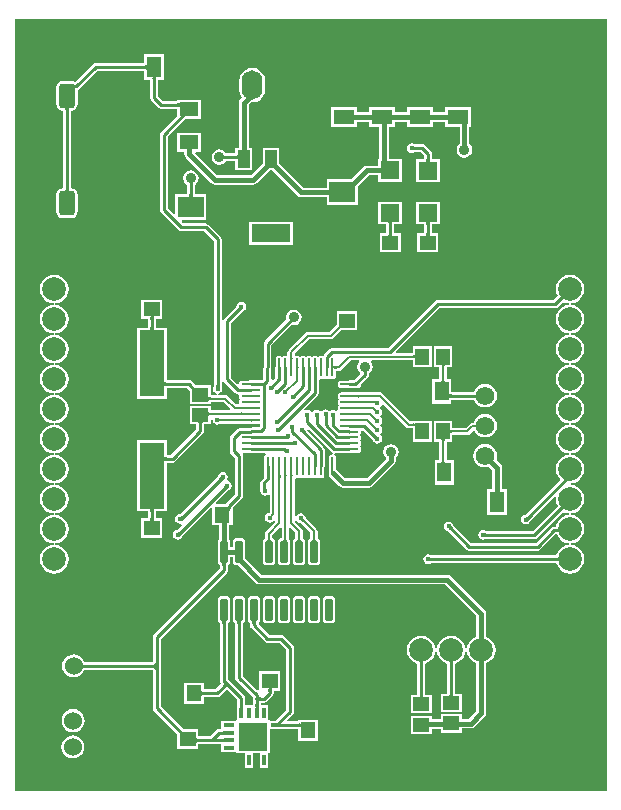
<source format=gtl>
G04*
G04 #@! TF.GenerationSoftware,Altium Limited,Altium Designer,19.0.15 (446)*
G04*
G04 Layer_Physical_Order=1*
G04 Layer_Color=255*
%FSLAX25Y25*%
%MOIN*%
G70*
G01*
G75*
%ADD14C,0.01000*%
%ADD18R,0.05512X0.04918*%
%ADD19R,0.05512X0.05118*%
%ADD20R,0.08268X0.22047*%
G04:AMPARAMS|DCode=21|XSize=74.8mil|YSize=23.62mil|CornerRadius=2.95mil|HoleSize=0mil|Usage=FLASHONLY|Rotation=90.000|XOffset=0mil|YOffset=0mil|HoleType=Round|Shape=RoundedRectangle|*
%AMROUNDEDRECTD21*
21,1,0.07480,0.01772,0,0,90.0*
21,1,0.06890,0.02362,0,0,90.0*
1,1,0.00591,0.00886,0.03445*
1,1,0.00591,0.00886,-0.03445*
1,1,0.00591,-0.00886,-0.03445*
1,1,0.00591,-0.00886,0.03445*
%
%ADD21ROUNDEDRECTD21*%
%ADD22R,0.05118X0.05512*%
%ADD23R,0.05315X0.04528*%
%ADD24R,0.04528X0.05315*%
%ADD25R,0.04724X0.06496*%
%ADD26R,0.05118X0.07087*%
G04:AMPARAMS|DCode=27|XSize=9mil|YSize=61.42mil|CornerRadius=2.25mil|HoleSize=0mil|Usage=FLASHONLY|Rotation=90.000|XOffset=0mil|YOffset=0mil|HoleType=Round|Shape=RoundedRectangle|*
%AMROUNDEDRECTD27*
21,1,0.00900,0.05692,0,0,90.0*
21,1,0.00450,0.06142,0,0,90.0*
1,1,0.00450,0.02846,0.00225*
1,1,0.00450,0.02846,-0.00225*
1,1,0.00450,-0.02846,-0.00225*
1,1,0.00450,-0.02846,0.00225*
%
%ADD27ROUNDEDRECTD27*%
G04:AMPARAMS|DCode=28|XSize=9mil|YSize=61.42mil|CornerRadius=2.25mil|HoleSize=0mil|Usage=FLASHONLY|Rotation=0.000|XOffset=0mil|YOffset=0mil|HoleType=Round|Shape=RoundedRectangle|*
%AMROUNDEDRECTD28*
21,1,0.00900,0.05692,0,0,0.0*
21,1,0.00450,0.06142,0,0,0.0*
1,1,0.00450,0.00225,-0.02846*
1,1,0.00450,-0.00225,-0.02846*
1,1,0.00450,-0.00225,0.02846*
1,1,0.00450,0.00225,0.02846*
%
%ADD28ROUNDEDRECTD28*%
%ADD29R,0.06299X0.05906*%
%ADD30R,0.06496X0.04724*%
G04:AMPARAMS|DCode=31|XSize=55.12mil|YSize=82.68mil|CornerRadius=13.78mil|HoleSize=0mil|Usage=FLASHONLY|Rotation=180.000|XOffset=0mil|YOffset=0mil|HoleType=Round|Shape=RoundedRectangle|*
%AMROUNDEDRECTD31*
21,1,0.05512,0.05512,0,0,180.0*
21,1,0.02756,0.08268,0,0,180.0*
1,1,0.02756,-0.01378,0.02756*
1,1,0.02756,0.01378,0.02756*
1,1,0.02756,0.01378,-0.02756*
1,1,0.02756,-0.01378,-0.02756*
%
%ADD31ROUNDEDRECTD31*%
%ADD32R,0.08780X0.07087*%
%ADD33R,0.12900X0.05900*%
%ADD34R,0.03900X0.05900*%
%ADD35R,0.09600X0.09600*%
%ADD36R,0.03800X0.01200*%
%ADD37R,0.01200X0.03800*%
%ADD38R,0.07087X0.05118*%
%ADD62C,0.01600*%
%ADD63C,0.00800*%
%ADD64C,0.06200*%
%ADD65R,0.06200X0.06200*%
%ADD66O,0.06890X0.09843*%
%ADD67C,0.07874*%
%ADD68C,0.06000*%
%ADD69C,0.03500*%
%ADD70C,0.01600*%
G36*
X308677Y231326D02*
X111326Y231326D01*
X111326Y488674D01*
X308677D01*
Y231326D01*
D02*
G37*
%LPC*%
G36*
X190500Y472258D02*
X189392Y472112D01*
X188359Y471684D01*
X187472Y471004D01*
X186792Y470117D01*
X186364Y469085D01*
X186219Y467976D01*
Y465024D01*
X186364Y463915D01*
X186792Y462883D01*
X187092Y462492D01*
X186470Y461869D01*
X186116Y461340D01*
X185992Y460715D01*
Y445650D01*
X184873D01*
Y443825D01*
X181681D01*
X181338Y444339D01*
X180495Y444902D01*
X179500Y445100D01*
X178505Y444902D01*
X177662Y444339D01*
X177098Y443495D01*
X176900Y442500D01*
X177098Y441505D01*
X177662Y440661D01*
X178505Y440098D01*
X179500Y439900D01*
X180495Y440098D01*
X181338Y440661D01*
X181681Y441175D01*
X184873D01*
Y438150D01*
X190373D01*
Y445650D01*
X189255D01*
Y460040D01*
X190020Y460805D01*
X190500Y460742D01*
X191608Y460888D01*
X192641Y461316D01*
X193527Y461996D01*
X194208Y462883D01*
X194636Y463915D01*
X194781Y465024D01*
Y467976D01*
X194636Y469085D01*
X194208Y470117D01*
X193527Y471004D01*
X192641Y471684D01*
X191608Y472112D01*
X190500Y472258D01*
D02*
G37*
G36*
X263343Y459150D02*
X254657D01*
Y457423D01*
X250677D01*
Y459150D01*
X241990D01*
Y457423D01*
X238010D01*
Y459150D01*
X229323D01*
Y457423D01*
X225343D01*
Y459150D01*
X216657D01*
Y452432D01*
X225343D01*
Y454160D01*
X229323D01*
Y452432D01*
X232716D01*
Y441839D01*
X232550D01*
Y439718D01*
X228685D01*
X228061Y439594D01*
X227532Y439240D01*
X223383Y435091D01*
X215310D01*
Y432379D01*
X207501D01*
X199423Y440457D01*
Y445650D01*
X193923D01*
Y440457D01*
X190097Y436631D01*
X178676D01*
X171481Y443826D01*
X171688Y444326D01*
X173548D01*
Y450650D01*
X165452D01*
Y444326D01*
X167869D01*
Y443500D01*
X167993Y442876D01*
X168347Y442346D01*
X176847Y433847D01*
X177376Y433493D01*
X178000Y433369D01*
X178000Y433369D01*
X190773D01*
X191398Y433493D01*
X191927Y433847D01*
X196230Y438150D01*
X197116D01*
X205672Y429595D01*
X206201Y429241D01*
X206825Y429117D01*
X215310D01*
Y426405D01*
X225690D01*
Y432784D01*
X229361Y436455D01*
X232550D01*
Y434334D01*
X240450D01*
Y441839D01*
X235979D01*
Y452432D01*
X238010D01*
Y454160D01*
X241990D01*
Y452432D01*
X250677D01*
Y454160D01*
X254657D01*
Y452432D01*
X259569D01*
Y446877D01*
X259362Y446738D01*
X258798Y445895D01*
X258600Y444900D01*
X258798Y443905D01*
X259362Y443061D01*
X260205Y442498D01*
X261200Y442300D01*
X262195Y442498D01*
X263038Y443061D01*
X263602Y443905D01*
X263800Y444900D01*
X263602Y445895D01*
X263038Y446738D01*
X262831Y446877D01*
Y452432D01*
X263343D01*
Y459150D01*
D02*
G37*
G36*
X243600Y447131D02*
X242976Y447007D01*
X242446Y446654D01*
X242093Y446124D01*
X241969Y445500D01*
X242093Y444876D01*
X242446Y444347D01*
X242976Y443993D01*
X243600Y443869D01*
X244224Y443993D01*
X244496Y444174D01*
X246651D01*
X247674Y443151D01*
Y441753D01*
X245050D01*
Y434247D01*
X252950D01*
Y441753D01*
X250325D01*
Y443700D01*
X250225Y444207D01*
X249937Y444637D01*
X248137Y446437D01*
X247707Y446725D01*
X247200Y446826D01*
X244496D01*
X244224Y447007D01*
X243600Y447131D01*
D02*
G37*
G36*
X203923Y420850D02*
X189423D01*
Y413350D01*
X203923D01*
Y420850D01*
D02*
G37*
G36*
X252950Y427579D02*
X245050D01*
Y420074D01*
X247674D01*
Y417064D01*
X245543D01*
Y410936D01*
X252457D01*
Y417064D01*
X250325D01*
Y420074D01*
X252950D01*
Y427579D01*
D02*
G37*
G36*
X240450Y427666D02*
X232550D01*
Y420161D01*
X235174D01*
Y417064D01*
X233043D01*
Y410936D01*
X239957D01*
Y417064D01*
X237825D01*
Y420161D01*
X240450D01*
Y427666D01*
D02*
G37*
G36*
X161150Y476843D02*
X154432D01*
Y473826D01*
X138284D01*
X137776Y473725D01*
X137346Y473437D01*
X131434Y467525D01*
X131011Y467807D01*
X130161Y467977D01*
X127406D01*
X126556Y467807D01*
X125835Y467326D01*
X125354Y466606D01*
X125185Y465756D01*
Y460244D01*
X125354Y459394D01*
X125835Y458674D01*
X126556Y458192D01*
X127406Y458024D01*
X127458D01*
Y432150D01*
X127406D01*
X126556Y431981D01*
X125835Y431499D01*
X125354Y430779D01*
X125185Y429929D01*
Y424417D01*
X125354Y423567D01*
X125835Y422847D01*
X126556Y422366D01*
X127406Y422197D01*
X130161D01*
X131011Y422366D01*
X131732Y422847D01*
X132213Y423567D01*
X132382Y424417D01*
Y429929D01*
X132213Y430779D01*
X131732Y431499D01*
X131011Y431981D01*
X130161Y432150D01*
X130109D01*
Y458024D01*
X130161D01*
X131011Y458192D01*
X131732Y458674D01*
X132213Y459394D01*
X132382Y460244D01*
Y464867D01*
X132383Y464867D01*
X132813Y465155D01*
X138832Y471174D01*
X154432D01*
Y468157D01*
X156466D01*
Y462209D01*
X156567Y461701D01*
X156854Y461271D01*
X159063Y459063D01*
X159493Y458775D01*
X160000Y458674D01*
X165452D01*
Y456338D01*
X160063Y450949D01*
X159775Y450519D01*
X159675Y450012D01*
Y424976D01*
X159775Y424469D01*
X160063Y424039D01*
X165944Y418158D01*
X166374Y417871D01*
X166881Y417770D01*
X174379D01*
X177575Y414574D01*
Y366196D01*
X177393Y365924D01*
X177269Y365300D01*
X177393Y364676D01*
X177746Y364146D01*
X178276Y363793D01*
X178624Y363723D01*
X178575Y363224D01*
X176657D01*
Y366409D01*
X171617D01*
X170230Y367795D01*
X169800Y368083D01*
X169293Y368184D01*
X161934D01*
Y385572D01*
X158326D01*
Y388402D01*
X158330Y388450D01*
X158330Y388452D01*
X158348Y388463D01*
X158389Y388476D01*
X158395Y388481D01*
X160556D01*
Y394999D01*
X153444D01*
Y388481D01*
X155605D01*
X155611Y388476D01*
X155652Y388463D01*
X155670Y388452D01*
X155670Y388450D01*
X155675Y388402D01*
Y385572D01*
X152066D01*
Y361924D01*
X161934D01*
Y365533D01*
X168744D01*
X169743Y364534D01*
Y360281D01*
X176657D01*
Y360776D01*
X181032D01*
X183182Y358626D01*
X182991Y358164D01*
X176657D01*
Y359519D01*
X169743D01*
Y353391D01*
X171874D01*
Y351849D01*
X163351Y343325D01*
X161934D01*
Y348170D01*
X152066D01*
Y324523D01*
X155675D01*
Y322158D01*
X153444D01*
Y315440D01*
X160556D01*
Y322158D01*
X158326D01*
Y324523D01*
X161934D01*
Y340674D01*
X163900D01*
X164407Y340775D01*
X164837Y341063D01*
X174137Y350363D01*
X174425Y350793D01*
X174525Y351300D01*
Y353391D01*
X176657D01*
Y355219D01*
X176788Y355263D01*
X177204Y354957D01*
X177242Y354889D01*
X177357Y354312D01*
X177710Y353783D01*
X178240Y353429D01*
X178864Y353305D01*
X179488Y353429D01*
X179913Y353713D01*
X187035D01*
X187087Y353702D01*
X189436D01*
X189897Y353611D01*
X190357Y353702D01*
X192779D01*
X193109Y353431D01*
Y352755D01*
X192766Y352412D01*
X189984D01*
X189477Y352311D01*
X189475Y352310D01*
X186551D01*
X186044Y352209D01*
X185614Y351922D01*
X183463Y349770D01*
X183175Y349340D01*
X183074Y348833D01*
Y344500D01*
X183175Y343993D01*
X183463Y343563D01*
X184675Y342351D01*
Y330220D01*
X181669Y327214D01*
X181472Y326919D01*
X178447D01*
X178256Y327381D01*
X182304Y331429D01*
X182624Y331493D01*
X183153Y331846D01*
X183507Y332376D01*
X183631Y333000D01*
X183507Y333624D01*
X183153Y334154D01*
X182624Y334507D01*
X182245Y334582D01*
X181992Y335095D01*
X181992Y335104D01*
X182107Y335276D01*
X182231Y335900D01*
X182107Y336524D01*
X181754Y337053D01*
X181224Y337407D01*
X180600Y337531D01*
X179976Y337407D01*
X179446Y337053D01*
X179093Y336524D01*
X179029Y336204D01*
X166347Y323522D01*
X166300Y323531D01*
X165676Y323407D01*
X165147Y323054D01*
X164793Y322524D01*
X164669Y321900D01*
X164793Y321276D01*
X165147Y320746D01*
X165676Y320393D01*
X166300Y320269D01*
X166783Y320365D01*
X167040Y319915D01*
X165296Y318171D01*
X164976Y318107D01*
X164446Y317754D01*
X164093Y317224D01*
X163969Y316600D01*
X164093Y315976D01*
X164446Y315446D01*
X164976Y315093D01*
X165600Y314969D01*
X166224Y315093D01*
X166753Y315446D01*
X167107Y315976D01*
X167171Y316297D01*
X176726Y325851D01*
X177188Y325660D01*
Y319808D01*
X179369D01*
Y315264D01*
X179324Y315234D01*
X179082Y314872D01*
X178997Y314445D01*
Y307555D01*
X179082Y307128D01*
X179324Y306766D01*
X179671Y306534D01*
X179674Y306486D01*
Y305449D01*
X157663Y283437D01*
X157375Y283007D01*
X157274Y282500D01*
Y274183D01*
X157267Y274141D01*
X157265Y274135D01*
X157259Y274133D01*
X157217Y274126D01*
X134505D01*
X134219Y274816D01*
X133610Y275610D01*
X132816Y276219D01*
X131892Y276602D01*
X130900Y276733D01*
X129908Y276602D01*
X128984Y276219D01*
X128190Y275610D01*
X127581Y274816D01*
X127198Y273892D01*
X127067Y272900D01*
X127198Y271908D01*
X127581Y270984D01*
X128190Y270190D01*
X128984Y269581D01*
X129908Y269198D01*
X130900Y269067D01*
X131892Y269198D01*
X132816Y269581D01*
X133610Y270190D01*
X134219Y270984D01*
X134423Y271475D01*
X157217D01*
X157259Y271467D01*
X157265Y271465D01*
X157267Y271459D01*
X157274Y271417D01*
Y258853D01*
X157375Y258346D01*
X157663Y257915D01*
X165444Y250134D01*
Y245290D01*
X172556D01*
Y246742D01*
X180100D01*
Y244108D01*
X185050D01*
Y243746D01*
X187970D01*
Y238796D01*
X190770D01*
Y243746D01*
X193089D01*
Y238796D01*
X195889D01*
Y243746D01*
X196250D01*
Y251785D01*
X200370D01*
X200388Y251781D01*
X200406Y251785D01*
X201200D01*
Y251860D01*
X205641D01*
Y247944D01*
X212359D01*
Y255056D01*
X205641D01*
Y254510D01*
X202353D01*
X202162Y254972D01*
X203937Y256748D01*
X204225Y257178D01*
X204326Y257685D01*
Y279000D01*
X204225Y279507D01*
X203937Y279937D01*
X200937Y282937D01*
X200507Y283225D01*
X200000Y283326D01*
X196049D01*
X192590Y286784D01*
X192647Y287416D01*
X192675Y287435D01*
X192918Y287797D01*
X193003Y288224D01*
Y295114D01*
X192918Y295542D01*
X192675Y295904D01*
X192313Y296146D01*
X191886Y296231D01*
X190114D01*
X189687Y296146D01*
X189324Y295904D01*
X189082Y295542D01*
X188997Y295114D01*
Y288224D01*
X189082Y287797D01*
X189324Y287435D01*
X189671Y287204D01*
X189674Y287156D01*
Y286500D01*
X189775Y285993D01*
X190063Y285563D01*
X194563Y281063D01*
X194993Y280775D01*
X195500Y280675D01*
X199451D01*
X201675Y278451D01*
Y258234D01*
X198026Y254585D01*
X196250D01*
Y254946D01*
X195889D01*
Y259896D01*
X193255D01*
Y260617D01*
X193262Y260659D01*
X193264Y260665D01*
X193270Y260667D01*
X193312Y260675D01*
X194500D01*
X195007Y260775D01*
X195437Y261063D01*
X197177Y262803D01*
X197465Y263233D01*
X197566Y263740D01*
Y264491D01*
X199796D01*
Y271210D01*
X192684D01*
Y264897D01*
X192184Y264690D01*
X187326Y269549D01*
Y287156D01*
X187329Y287204D01*
X187675Y287435D01*
X187918Y287797D01*
X188003Y288224D01*
Y295114D01*
X187918Y295542D01*
X187675Y295904D01*
X187313Y296146D01*
X186886Y296231D01*
X185114D01*
X184687Y296146D01*
X184325Y295904D01*
X184082Y295542D01*
X183997Y295114D01*
Y288224D01*
X184082Y287797D01*
X184325Y287435D01*
X184670Y287204D01*
X184675Y287156D01*
Y269000D01*
X184775Y268493D01*
X185063Y268063D01*
X190604Y262521D01*
Y259896D01*
X188137D01*
Y262189D01*
X188036Y262696D01*
X187749Y263126D01*
X182325Y268549D01*
Y287156D01*
X182329Y287204D01*
X182676Y287435D01*
X182918Y287797D01*
X183003Y288224D01*
Y295114D01*
X182918Y295542D01*
X182676Y295904D01*
X182313Y296146D01*
X181886Y296231D01*
X180114D01*
X179687Y296146D01*
X179324Y295904D01*
X179082Y295542D01*
X178997Y295114D01*
Y288224D01*
X179082Y287797D01*
X179324Y287435D01*
X179671Y287204D01*
X179674Y287156D01*
Y268000D01*
X179775Y267493D01*
X179967Y267207D01*
X179980Y267176D01*
X179847Y266721D01*
X178191Y265066D01*
X174359D01*
Y267296D01*
X167641D01*
Y260184D01*
X174359D01*
Y262415D01*
X178740D01*
X179247Y262516D01*
X179677Y262803D01*
X181960Y265085D01*
X181994Y265109D01*
X182000Y265112D01*
X182006Y265109D01*
X182040Y265085D01*
X185486Y261640D01*
Y259896D01*
X185411D01*
Y259103D01*
X185408Y259085D01*
X185411Y259066D01*
Y254946D01*
X185050D01*
Y254585D01*
X180100D01*
Y251852D01*
X179459D01*
X178952Y251751D01*
X178522Y251463D01*
X176451Y249392D01*
X172556D01*
Y252009D01*
X167319D01*
X159925Y259402D01*
Y272800D01*
Y281951D01*
X181937Y303963D01*
X182225Y304393D01*
X182325Y304900D01*
Y306486D01*
X182329Y306534D01*
X182676Y306766D01*
X182918Y307128D01*
X183003Y307555D01*
Y309369D01*
X183997D01*
Y307555D01*
X184082Y307128D01*
X184325Y306766D01*
X184687Y306523D01*
X185114Y306438D01*
X185696D01*
X191598Y300535D01*
X192128Y300182D01*
X192752Y300058D01*
X254853D01*
X265202Y289709D01*
Y282652D01*
X264444Y282338D01*
X263455Y281578D01*
X262695Y280589D01*
X262218Y279437D01*
X262091Y278469D01*
X262085Y278428D01*
X261581D01*
X261576Y278469D01*
X261448Y279437D01*
X260971Y280589D01*
X260211Y281578D01*
X259222Y282338D01*
X258070Y282815D01*
X256833Y282978D01*
X255596Y282815D01*
X254444Y282338D01*
X253455Y281578D01*
X252695Y280589D01*
X252218Y279437D01*
X252091Y278469D01*
X252085Y278428D01*
X251581D01*
X251575Y278469D01*
X251448Y279437D01*
X250971Y280589D01*
X250212Y281578D01*
X249222Y282338D01*
X248070Y282815D01*
X246833Y282978D01*
X245597Y282815D01*
X244444Y282338D01*
X243455Y281578D01*
X242695Y280589D01*
X242218Y279437D01*
X242055Y278200D01*
X242218Y276963D01*
X242695Y275811D01*
X243455Y274821D01*
X244444Y274062D01*
X245508Y273622D01*
Y263264D01*
X243376D01*
Y257136D01*
X250290D01*
Y263264D01*
X248159D01*
Y273622D01*
X249222Y274062D01*
X250212Y274821D01*
X250971Y275811D01*
X251448Y276963D01*
X251575Y277930D01*
X251581Y277972D01*
X252085D01*
X252091Y277930D01*
X252218Y276963D01*
X252695Y275811D01*
X253455Y274821D01*
X254444Y274062D01*
X255508Y273622D01*
Y263709D01*
X253332D01*
Y257581D01*
X260247D01*
Y263709D01*
X258158D01*
Y273622D01*
X259222Y274062D01*
X260211Y274821D01*
X260971Y275811D01*
X261448Y276963D01*
X261576Y277930D01*
X261581Y277972D01*
X262085D01*
X262091Y277930D01*
X262218Y276963D01*
X262695Y275811D01*
X263455Y274821D01*
X264444Y274062D01*
X265202Y273748D01*
Y257876D01*
X262657Y255331D01*
X260247D01*
Y256819D01*
X253332D01*
Y255164D01*
X250290D01*
Y256374D01*
X243376D01*
Y250247D01*
X250290D01*
Y251901D01*
X253332D01*
Y250691D01*
X260247D01*
Y252069D01*
X263333D01*
X263957Y252193D01*
X264487Y252547D01*
X267987Y256047D01*
X268340Y256576D01*
X268464Y257200D01*
Y273748D01*
X269222Y274062D01*
X270212Y274821D01*
X270971Y275811D01*
X271448Y276963D01*
X271611Y278200D01*
X271448Y279437D01*
X270971Y280589D01*
X270212Y281578D01*
X269222Y282338D01*
X268464Y282652D01*
Y290385D01*
X268464Y290385D01*
X268340Y291009D01*
X267987Y291539D01*
X256683Y302842D01*
X256153Y303196D01*
X255529Y303320D01*
X193428D01*
X188003Y308746D01*
Y314445D01*
X187918Y314872D01*
X187675Y315234D01*
X187313Y315477D01*
X186886Y315562D01*
X185114D01*
X184687Y315477D01*
X184325Y315234D01*
X184082Y314872D01*
X183997Y314445D01*
Y312631D01*
X183003D01*
Y314445D01*
X182918Y314872D01*
X182676Y315234D01*
X182631Y315264D01*
Y319808D01*
X183906D01*
Y325294D01*
X183931Y325423D01*
Y325728D01*
X186937Y328734D01*
X187225Y329164D01*
X187326Y329671D01*
Y342900D01*
X187234Y343360D01*
X187248Y343442D01*
X187523Y343860D01*
X189655D01*
X189933Y343804D01*
X194854D01*
X194938Y343311D01*
X194599Y343085D01*
X194372Y342746D01*
X194293Y342346D01*
Y339778D01*
X194237Y339500D01*
Y335712D01*
X193575Y335049D01*
X193287Y334619D01*
X193186Y334112D01*
Y331588D01*
X193206Y331489D01*
X193169Y331300D01*
X193293Y330676D01*
X193647Y330147D01*
X194176Y329793D01*
X194800Y329669D01*
X195424Y329793D01*
X195808Y330049D01*
X196272Y329860D01*
X196308Y329828D01*
Y324038D01*
X196177Y323907D01*
X195676Y323807D01*
X195147Y323453D01*
X194793Y322924D01*
X194669Y322300D01*
X194793Y321676D01*
X195147Y321146D01*
X195676Y320793D01*
X196300Y320669D01*
X196924Y320793D01*
X197453Y321146D01*
X197514Y321237D01*
X198098Y321341D01*
X198128Y320858D01*
X195135Y317865D01*
X194870Y317468D01*
X194776Y317000D01*
Y315494D01*
X194687Y315477D01*
X194325Y315234D01*
X194082Y314872D01*
X193997Y314445D01*
Y307555D01*
X194082Y307128D01*
X194325Y306766D01*
X194687Y306523D01*
X195114Y306438D01*
X196886D01*
X197313Y306523D01*
X197676Y306766D01*
X197918Y307128D01*
X198003Y307555D01*
Y314445D01*
X197918Y314872D01*
X197676Y315234D01*
X197313Y315477D01*
X197223Y315494D01*
Y316493D01*
X199766Y319035D01*
X200228Y318844D01*
Y315562D01*
X200114D01*
X199687Y315477D01*
X199325Y315234D01*
X199082Y314872D01*
X198997Y314445D01*
Y307555D01*
X199082Y307128D01*
X199325Y306766D01*
X199687Y306523D01*
X200114Y306438D01*
X201886D01*
X202313Y306523D01*
X202676Y306766D01*
X202918Y307128D01*
X203003Y307555D01*
Y314445D01*
X202918Y314872D01*
X202688Y315216D01*
X202683Y315245D01*
X202675Y315356D01*
Y318879D01*
X203137Y319070D01*
X204777Y317430D01*
Y315494D01*
X204687Y315477D01*
X204325Y315234D01*
X204082Y314872D01*
X203997Y314445D01*
Y307555D01*
X204082Y307128D01*
X204325Y306766D01*
X204687Y306523D01*
X205114Y306438D01*
X206886D01*
X207313Y306523D01*
X207676Y306766D01*
X207917Y307128D01*
X208003Y307555D01*
Y314445D01*
X207917Y314872D01*
X207676Y315234D01*
X207313Y315477D01*
X207224Y315494D01*
Y317937D01*
X207130Y318405D01*
X206865Y318802D01*
X204661Y321007D01*
Y321589D01*
X205160Y321638D01*
X205193Y321476D01*
X205546Y320947D01*
X206076Y320593D01*
X206576Y320493D01*
X209776Y317293D01*
Y315494D01*
X209687Y315477D01*
X209325Y315234D01*
X209083Y314872D01*
X208997Y314445D01*
Y307555D01*
X209083Y307128D01*
X209325Y306766D01*
X209687Y306523D01*
X210114Y306438D01*
X211886D01*
X212313Y306523D01*
X212675Y306766D01*
X212917Y307128D01*
X213003Y307555D01*
Y314445D01*
X212917Y314872D01*
X212675Y315234D01*
X212313Y315477D01*
X212224Y315494D01*
Y317800D01*
X212130Y318268D01*
X211865Y318665D01*
X208307Y322223D01*
X208207Y322724D01*
X207854Y323253D01*
X207324Y323607D01*
X206700Y323731D01*
X206076Y323607D01*
X205546Y323253D01*
X205193Y322724D01*
X205160Y322562D01*
X204661Y322611D01*
Y335213D01*
X205160Y335613D01*
X205181Y335609D01*
X205630D01*
X206030Y335689D01*
X206369Y335915D01*
X206410D01*
X206749Y335689D01*
X207149Y335609D01*
X207599D01*
X207999Y335689D01*
X208338Y335915D01*
X208379D01*
X208718Y335689D01*
X209118Y335609D01*
X209567D01*
X209967Y335689D01*
X210307Y335915D01*
X210347D01*
X210686Y335689D01*
X211086Y335609D01*
X211536D01*
X211936Y335689D01*
X212275Y335915D01*
X212316D01*
X212655Y335689D01*
X213054Y335609D01*
X213505D01*
X213904Y335689D01*
X214244Y335915D01*
X214470Y336254D01*
X214550Y336654D01*
Y339222D01*
X214605Y339500D01*
Y345054D01*
X214504Y345561D01*
X214217Y345991D01*
X208761Y351447D01*
X208776Y351557D01*
X209307Y351733D01*
X216847Y344193D01*
X217277Y343905D01*
X217350Y343891D01*
X217301Y343391D01*
X216991D01*
X216592Y343311D01*
X216253Y343085D01*
X216026Y342746D01*
X215947Y342346D01*
Y337794D01*
X215834Y337229D01*
X215947Y336664D01*
Y336654D01*
X216026Y336254D01*
X216253Y335915D01*
X216592Y335689D01*
X216725Y335662D01*
X219541Y332846D01*
X220070Y332493D01*
X220694Y332369D01*
X229400D01*
X230024Y332493D01*
X230554Y332846D01*
X237854Y340146D01*
X238207Y340676D01*
X238331Y341300D01*
Y342323D01*
X238539Y342461D01*
X239102Y343305D01*
X239300Y344300D01*
X239102Y345295D01*
X238539Y346139D01*
X237695Y346702D01*
X236700Y346900D01*
X235705Y346702D01*
X234861Y346139D01*
X234298Y345295D01*
X234100Y344300D01*
X234298Y343305D01*
X234861Y342461D01*
X234928Y342417D01*
X234966Y341873D01*
X228724Y335631D01*
X221370D01*
X218619Y338383D01*
X218487Y338471D01*
Y342346D01*
X218407Y342746D01*
X218180Y343085D01*
X217842Y343311D01*
X217926Y343804D01*
X222847D01*
X223125Y343860D01*
X225692D01*
X226092Y343939D01*
X226431Y344166D01*
X226658Y344505D01*
X226737Y344905D01*
Y345355D01*
X226658Y345755D01*
X226443Y346114D01*
X226658Y346474D01*
X226737Y346873D01*
Y347323D01*
X226658Y347723D01*
X226431Y348062D01*
Y348103D01*
X226658Y348442D01*
X226737Y348842D01*
Y349292D01*
X226658Y349692D01*
X226443Y350051D01*
X226658Y350411D01*
X226737Y350810D01*
Y351260D01*
X227164Y351678D01*
X227247D01*
X230629Y348296D01*
X230693Y347976D01*
X231047Y347446D01*
X231576Y347093D01*
X232200Y346969D01*
X232824Y347093D01*
X233353Y347446D01*
X233707Y347976D01*
X233831Y348600D01*
X233707Y349224D01*
X233353Y349753D01*
X233217Y349845D01*
Y350345D01*
X233353Y350436D01*
X233707Y350966D01*
X233831Y351590D01*
X233707Y352214D01*
X233353Y352744D01*
X233217Y352835D01*
Y353335D01*
X233353Y353427D01*
X233707Y353956D01*
X233831Y354580D01*
X233707Y355204D01*
X233353Y355733D01*
X233217Y355825D01*
Y356325D01*
X233353Y356417D01*
X233707Y356946D01*
X233831Y357570D01*
X233707Y358194D01*
X233353Y358723D01*
X233217Y358815D01*
Y359315D01*
X233353Y359406D01*
X233664Y359871D01*
X234176Y360066D01*
X241773Y352468D01*
X242170Y352203D01*
X242638Y352110D01*
X244146D01*
Y347619D01*
X250274D01*
Y354534D01*
X245465D01*
X245346Y354557D01*
X243145D01*
X233991Y363712D01*
X233594Y363977D01*
X233125Y364070D01*
X226379D01*
X226333Y364072D01*
X226171Y364087D01*
X226130Y364094D01*
X226103Y364099D01*
X226102Y364100D01*
X226084Y364106D01*
X226082Y364107D01*
X226057Y364124D01*
X225944Y364146D01*
X225835Y364181D01*
X225789Y364177D01*
X225745Y364186D01*
X225632Y364164D01*
X225518Y364154D01*
X225477Y364133D01*
X225432Y364124D01*
X225421Y364117D01*
X220001D01*
X219601Y364037D01*
X219262Y363810D01*
X219035Y363471D01*
X218955Y363071D01*
Y362621D01*
X219035Y362222D01*
X219250Y361862D01*
X219035Y361503D01*
X218955Y361103D01*
Y360653D01*
X219035Y360253D01*
X219250Y359894D01*
X219035Y359534D01*
X218955Y359135D01*
Y358684D01*
X219031Y358306D01*
X219033Y358280D01*
X218954Y358123D01*
X218944Y358112D01*
X218329Y357970D01*
X218124Y358107D01*
X217500Y358231D01*
X216876Y358107D01*
X216652Y357958D01*
X216054Y357954D01*
X215524Y358307D01*
X214900Y358431D01*
X214276Y358307D01*
X213747Y357954D01*
X213667Y357834D01*
X213280D01*
X213102Y357888D01*
X212624Y358207D01*
X212000Y358331D01*
X211376Y358207D01*
X210846Y357854D01*
X210667Y357585D01*
X210072Y357576D01*
X209953Y357753D01*
X209424Y358107D01*
X208800Y358231D01*
X208176Y358107D01*
X208080Y358044D01*
X207762Y358432D01*
X212248Y362918D01*
X212536Y363349D01*
X212636Y363856D01*
Y368096D01*
X213054Y368522D01*
X213505D01*
X213904Y368602D01*
X214244Y368829D01*
X214284D01*
X214623Y368602D01*
X215023Y368522D01*
X215473D01*
X215873Y368602D01*
X216212Y368829D01*
X216253D01*
X216592Y368602D01*
X216991Y368522D01*
X217442D01*
X217842Y368602D01*
X218180Y368829D01*
X218407Y369168D01*
X218487Y369567D01*
Y371190D01*
X219260D01*
X219728Y371283D01*
X220125Y371548D01*
X223353Y374777D01*
X225936D01*
X226153Y374276D01*
X225698Y373595D01*
X225500Y372600D01*
X225698Y371605D01*
X226261Y370761D01*
X226360Y370696D01*
X226409Y370198D01*
X224320Y368109D01*
X222847D01*
X222568Y368054D01*
X220001D01*
X219601Y367974D01*
X219262Y367747D01*
X219035Y367408D01*
X218955Y367008D01*
Y366559D01*
X219035Y366159D01*
X219262Y365820D01*
X219601Y365593D01*
X220001Y365513D01*
X222568D01*
X222847Y365458D01*
X224868D01*
X225147Y365513D01*
X225692D01*
X226092Y365593D01*
X226431Y365820D01*
X226658Y366159D01*
X226737Y366559D01*
Y366778D01*
X229037Y369078D01*
X229325Y369508D01*
X229426Y370015D01*
Y370419D01*
X229939Y370761D01*
X230502Y371605D01*
X230700Y372600D01*
X230502Y373595D01*
X230047Y374276D01*
X230264Y374777D01*
X244146D01*
Y372543D01*
X250274D01*
Y379457D01*
X244146D01*
Y377223D01*
X238551D01*
X238360Y377685D01*
X252849Y392175D01*
X291400D01*
X291907Y392275D01*
X292337Y392563D01*
X294100Y394325D01*
X295163Y393885D01*
X296130Y393758D01*
X296172Y393752D01*
Y393248D01*
X296130Y393242D01*
X295163Y393115D01*
X294011Y392638D01*
X293021Y391879D01*
X292262Y390889D01*
X291785Y389737D01*
X291622Y388500D01*
X291785Y387263D01*
X292262Y386111D01*
X293021Y385121D01*
X294011Y384362D01*
X295163Y383885D01*
X296130Y383758D01*
X296172Y383752D01*
Y383248D01*
X296130Y383242D01*
X295163Y383115D01*
X294011Y382638D01*
X293021Y381878D01*
X292262Y380889D01*
X291785Y379737D01*
X291622Y378500D01*
X291785Y377263D01*
X292262Y376111D01*
X293021Y375121D01*
X294011Y374362D01*
X295163Y373885D01*
X296130Y373758D01*
X296172Y373752D01*
Y373248D01*
X296130Y373242D01*
X295163Y373115D01*
X294011Y372638D01*
X293021Y371879D01*
X292262Y370889D01*
X291785Y369737D01*
X291622Y368500D01*
X291785Y367263D01*
X292262Y366111D01*
X293021Y365122D01*
X294011Y364362D01*
X295163Y363885D01*
X296130Y363758D01*
X296172Y363752D01*
Y363248D01*
X296130Y363242D01*
X295163Y363115D01*
X294011Y362638D01*
X293021Y361878D01*
X292262Y360889D01*
X291785Y359737D01*
X291622Y358500D01*
X291785Y357263D01*
X292262Y356111D01*
X293021Y355121D01*
X294011Y354362D01*
X295163Y353885D01*
X296130Y353758D01*
X296172Y353752D01*
Y353248D01*
X296130Y353242D01*
X295163Y353115D01*
X294011Y352638D01*
X293021Y351878D01*
X292262Y350889D01*
X291785Y349737D01*
X291622Y348500D01*
X291785Y347263D01*
X292262Y346111D01*
X293021Y345122D01*
X294011Y344362D01*
X295163Y343885D01*
X296130Y343758D01*
X296172Y343752D01*
Y343248D01*
X296130Y343242D01*
X295163Y343115D01*
X294011Y342638D01*
X293021Y341879D01*
X292262Y340889D01*
X291785Y339737D01*
X291622Y338500D01*
X291785Y337263D01*
X292262Y336111D01*
X293021Y335121D01*
X293035Y334910D01*
X281397Y323271D01*
X281076Y323207D01*
X280546Y322853D01*
X280193Y322324D01*
X280069Y321700D01*
X280193Y321076D01*
X280546Y320547D01*
X281076Y320193D01*
X281700Y320069D01*
X282324Y320193D01*
X282854Y320547D01*
X283207Y321076D01*
X283271Y321396D01*
X291231Y329356D01*
X291704Y329122D01*
X291622Y328500D01*
X291785Y327263D01*
X292225Y326200D01*
X283951Y317926D01*
X268296D01*
X268024Y318107D01*
X267400Y318231D01*
X266776Y318107D01*
X266247Y317754D01*
X265893Y317224D01*
X265769Y316600D01*
X265893Y315976D01*
X266247Y315446D01*
X266776Y315093D01*
X267400Y314969D01*
X268024Y315093D01*
X268296Y315275D01*
X284500D01*
X285007Y315375D01*
X285437Y315663D01*
X294100Y324325D01*
X295163Y323885D01*
X296130Y323758D01*
X296172Y323752D01*
Y323248D01*
X296130Y323242D01*
X295163Y323115D01*
X294011Y322638D01*
X293021Y321879D01*
X292262Y320889D01*
X291785Y319737D01*
X291739Y319389D01*
X290963D01*
X290456Y319288D01*
X290026Y319000D01*
X285051Y314025D01*
X263249D01*
X257571Y319704D01*
X257507Y320024D01*
X257154Y320553D01*
X256624Y320907D01*
X256000Y321031D01*
X255376Y320907D01*
X254847Y320553D01*
X254493Y320024D01*
X254369Y319400D01*
X254493Y318776D01*
X254847Y318247D01*
X255376Y317893D01*
X255697Y317829D01*
X261763Y311763D01*
X262193Y311475D01*
X262700Y311374D01*
X285600D01*
X286107Y311475D01*
X286537Y311763D01*
X291512Y316738D01*
X292003D01*
X292262Y316111D01*
X293021Y315122D01*
X294011Y314362D01*
X295163Y313885D01*
X296130Y313758D01*
X296172Y313752D01*
Y313248D01*
X296130Y313242D01*
X295163Y313115D01*
X294011Y312638D01*
X293021Y311878D01*
X292262Y310889D01*
X291822Y309825D01*
X249996D01*
X249724Y310007D01*
X249100Y310131D01*
X248476Y310007D01*
X247947Y309653D01*
X247593Y309124D01*
X247469Y308500D01*
X247593Y307876D01*
X247947Y307347D01*
X248476Y306993D01*
X249100Y306869D01*
X249724Y306993D01*
X249996Y307174D01*
X291822D01*
X292262Y306111D01*
X293021Y305121D01*
X294011Y304362D01*
X295163Y303885D01*
X296400Y303722D01*
X297637Y303885D01*
X298789Y304362D01*
X299779Y305121D01*
X300538Y306111D01*
X301015Y307263D01*
X301178Y308500D01*
X301015Y309737D01*
X300538Y310889D01*
X299779Y311878D01*
X298789Y312638D01*
X297637Y313115D01*
X296670Y313242D01*
X296628Y313248D01*
Y313752D01*
X296670Y313758D01*
X297637Y313885D01*
X298789Y314362D01*
X299779Y315122D01*
X300538Y316111D01*
X301015Y317263D01*
X301178Y318500D01*
X301015Y319737D01*
X300538Y320889D01*
X299779Y321879D01*
X298789Y322638D01*
X297637Y323115D01*
X296670Y323242D01*
X296628Y323248D01*
Y323752D01*
X296670Y323758D01*
X297637Y323885D01*
X298789Y324362D01*
X299779Y325121D01*
X300538Y326111D01*
X301015Y327263D01*
X301178Y328500D01*
X301015Y329737D01*
X300538Y330889D01*
X299779Y331878D01*
X298789Y332638D01*
X297637Y333115D01*
X296670Y333242D01*
X296628Y333248D01*
Y333752D01*
X296670Y333758D01*
X297637Y333885D01*
X298789Y334362D01*
X299779Y335121D01*
X300538Y336111D01*
X301015Y337263D01*
X301178Y338500D01*
X301015Y339737D01*
X300538Y340889D01*
X299779Y341879D01*
X298789Y342638D01*
X297637Y343115D01*
X296670Y343242D01*
X296628Y343248D01*
Y343752D01*
X296670Y343758D01*
X297637Y343885D01*
X298789Y344362D01*
X299779Y345122D01*
X300538Y346111D01*
X301015Y347263D01*
X301178Y348500D01*
X301015Y349737D01*
X300538Y350889D01*
X299779Y351878D01*
X298789Y352638D01*
X297637Y353115D01*
X296670Y353242D01*
X296628Y353248D01*
Y353752D01*
X296670Y353758D01*
X297637Y353885D01*
X298789Y354362D01*
X299779Y355121D01*
X300538Y356111D01*
X301015Y357263D01*
X301178Y358500D01*
X301015Y359737D01*
X300538Y360889D01*
X299779Y361878D01*
X298789Y362638D01*
X297637Y363115D01*
X296670Y363242D01*
X296628Y363248D01*
Y363752D01*
X296670Y363758D01*
X297637Y363885D01*
X298789Y364362D01*
X299779Y365122D01*
X300538Y366111D01*
X301015Y367263D01*
X301178Y368500D01*
X301015Y369737D01*
X300538Y370889D01*
X299779Y371879D01*
X298789Y372638D01*
X297637Y373115D01*
X296670Y373242D01*
X296628Y373248D01*
Y373752D01*
X296670Y373758D01*
X297637Y373885D01*
X298789Y374362D01*
X299779Y375121D01*
X300538Y376111D01*
X301015Y377263D01*
X301178Y378500D01*
X301015Y379737D01*
X300538Y380889D01*
X299779Y381878D01*
X298789Y382638D01*
X297637Y383115D01*
X296670Y383242D01*
X296628Y383248D01*
Y383752D01*
X296670Y383758D01*
X297637Y383885D01*
X298789Y384362D01*
X299779Y385121D01*
X300538Y386111D01*
X301015Y387263D01*
X301178Y388500D01*
X301015Y389737D01*
X300538Y390889D01*
X299779Y391879D01*
X298789Y392638D01*
X297637Y393115D01*
X296670Y393242D01*
X296628Y393248D01*
Y393752D01*
X296670Y393758D01*
X297637Y393885D01*
X298789Y394362D01*
X299779Y395122D01*
X300538Y396111D01*
X301015Y397263D01*
X301178Y398500D01*
X301015Y399737D01*
X300538Y400889D01*
X299779Y401878D01*
X298789Y402638D01*
X297637Y403115D01*
X296400Y403278D01*
X295163Y403115D01*
X294011Y402638D01*
X293021Y401878D01*
X292262Y400889D01*
X291785Y399737D01*
X291622Y398500D01*
X291785Y397263D01*
X292225Y396200D01*
X290851Y394826D01*
X252300D01*
X251793Y394725D01*
X251363Y394437D01*
X235951Y379026D01*
X217204D01*
X216697Y378925D01*
X216267Y378637D01*
X214362Y376732D01*
X214264Y376586D01*
X213904Y376225D01*
X213505Y376304D01*
X213054D01*
X212655Y376225D01*
X212316Y375998D01*
X212275D01*
X211936Y376225D01*
X211536Y376304D01*
X211086D01*
X210686Y376225D01*
X210347Y375998D01*
X210307D01*
X209967Y376225D01*
X209567Y376304D01*
X209118D01*
X208718Y376225D01*
X208379Y375998D01*
X208338D01*
X207999Y376225D01*
X207599Y376304D01*
X207149D01*
X206749Y376225D01*
X206410Y375998D01*
X206369D01*
X206030Y376225D01*
X205630Y376304D01*
X205181D01*
X204876Y376666D01*
X204855Y377125D01*
X209507Y381776D01*
X216653D01*
X217122Y381870D01*
X217519Y382135D01*
X220320Y384936D01*
X225505D01*
Y391064D01*
X218590D01*
Y386666D01*
X216147Y384224D01*
X209000D01*
X208532Y384130D01*
X208135Y383865D01*
X202572Y378302D01*
X202307Y377905D01*
X202214Y377437D01*
Y376700D01*
X201713Y376300D01*
X201694Y376304D01*
X201243D01*
X200844Y376225D01*
X200504Y375998D01*
X200464D01*
X200125Y376225D01*
X199725Y376304D01*
X199275D01*
X198875Y376225D01*
X198536Y375998D01*
X198310Y375659D01*
X198230Y375259D01*
Y372878D01*
X198224Y372869D01*
X198123Y372362D01*
Y369025D01*
X197337Y368238D01*
X196837Y368446D01*
Y372156D01*
X196888Y372413D01*
Y379814D01*
X203695Y386620D01*
X204300Y386500D01*
X205295Y386698D01*
X206138Y387262D01*
X206702Y388105D01*
X206900Y389100D01*
X206702Y390095D01*
X206138Y390938D01*
X205295Y391502D01*
X204300Y391700D01*
X203305Y391502D01*
X202462Y390938D01*
X201898Y390095D01*
X201700Y389100D01*
X201820Y388495D01*
X194626Y381300D01*
X194338Y380870D01*
X194237Y380363D01*
Y372620D01*
X194186Y372362D01*
Y368461D01*
X193886Y368160D01*
X189984D01*
X189477Y368059D01*
X189469Y368054D01*
X187087D01*
X186687Y367974D01*
X186348Y367747D01*
X186122Y367408D01*
X186064Y367118D01*
X185772Y366967D01*
X185542Y366932D01*
X183425Y369049D01*
Y387189D01*
X187306Y391069D01*
X187424Y391093D01*
X187953Y391446D01*
X188307Y391976D01*
X188431Y392600D01*
X188307Y393224D01*
X187953Y393754D01*
X187424Y394107D01*
X186800Y394231D01*
X186176Y394107D01*
X185646Y393754D01*
X185293Y393224D01*
X185189Y392701D01*
X181163Y388675D01*
X180875Y388245D01*
X180774Y387738D01*
Y368500D01*
X180875Y367993D01*
X181163Y367563D01*
X184797Y363929D01*
X185227Y363642D01*
X185734Y363541D01*
X186042Y363071D01*
Y362621D01*
X186122Y362222D01*
X186336Y361862D01*
X186122Y361503D01*
X186042Y361103D01*
Y360653D01*
X186046Y360633D01*
X185646Y360133D01*
X185136D01*
X182404Y362865D01*
X182007Y363130D01*
X181539Y363224D01*
X179225D01*
X179176Y363723D01*
X179524Y363793D01*
X180053Y364146D01*
X180407Y364676D01*
X180531Y365300D01*
X180407Y365924D01*
X180226Y366196D01*
Y415124D01*
X180125Y415631D01*
X179837Y416061D01*
X175865Y420033D01*
X175435Y420320D01*
X174928Y420421D01*
X167430D01*
X166908Y420943D01*
X167099Y421405D01*
X175190D01*
Y430091D01*
X171326D01*
Y433319D01*
X171838Y433662D01*
X172402Y434505D01*
X172600Y435500D01*
X172402Y436495D01*
X171838Y437338D01*
X170995Y437902D01*
X170000Y438100D01*
X169005Y437902D01*
X168162Y437338D01*
X167598Y436495D01*
X167400Y435500D01*
X167598Y434505D01*
X168162Y433662D01*
X168675Y433319D01*
Y430091D01*
X164810D01*
Y423694D01*
X164348Y423503D01*
X162326Y425526D01*
Y449463D01*
X168212Y455350D01*
X173548D01*
Y461674D01*
X166278D01*
X166259Y461678D01*
X166241Y461674D01*
X165452D01*
Y461326D01*
X160549D01*
X159117Y462758D01*
Y468157D01*
X161150D01*
Y476843D01*
D02*
G37*
G36*
X257164Y379457D02*
X251036D01*
Y372543D01*
X252876D01*
Y368472D01*
X250544D01*
Y360376D01*
X256869D01*
Y361674D01*
X264428D01*
X264693Y361033D01*
X265318Y360219D01*
X266133Y359593D01*
X267082Y359200D01*
X268100Y359066D01*
X269118Y359200D01*
X270067Y359593D01*
X270882Y360219D01*
X271507Y361033D01*
X271900Y361982D01*
X272034Y363000D01*
X271900Y364018D01*
X271507Y364967D01*
X270882Y365781D01*
X270067Y366407D01*
X269118Y366800D01*
X268100Y366934D01*
X267082Y366800D01*
X266133Y366407D01*
X265318Y365781D01*
X264693Y364967D01*
X264428Y364325D01*
X256869D01*
Y368472D01*
X255324D01*
Y372543D01*
X257164D01*
Y379457D01*
D02*
G37*
G36*
X268100Y356934D02*
X267082Y356800D01*
X266133Y356407D01*
X265318Y355782D01*
X264693Y354967D01*
X264300Y354018D01*
X264298Y354000D01*
X263800D01*
X263332Y353906D01*
X262935Y353641D01*
X261593Y352300D01*
X257164D01*
Y354534D01*
X251036D01*
Y347619D01*
X252876D01*
Y341448D01*
X251250D01*
Y333352D01*
X257574D01*
Y341448D01*
X255324D01*
Y347619D01*
X257164D01*
Y349853D01*
X262100D01*
X262568Y349946D01*
X262965Y350211D01*
X264045Y351291D01*
X264635Y351174D01*
X264693Y351033D01*
X265318Y350219D01*
X266133Y349593D01*
X267082Y349200D01*
X268100Y349066D01*
X269118Y349200D01*
X270067Y349593D01*
X270882Y350219D01*
X271507Y351033D01*
X271900Y351982D01*
X272034Y353000D01*
X271900Y354018D01*
X271507Y354967D01*
X270882Y355782D01*
X270067Y356407D01*
X269118Y356800D01*
X268100Y356934D01*
D02*
G37*
G36*
Y346934D02*
X267082Y346800D01*
X266133Y346407D01*
X265318Y345781D01*
X264693Y344967D01*
X264300Y344018D01*
X264166Y343000D01*
X264300Y341982D01*
X264693Y341033D01*
X265318Y340218D01*
X266133Y339593D01*
X267082Y339200D01*
X268100Y339066D01*
X269118Y339200D01*
X269454Y339339D01*
X270469Y338324D01*
Y331843D01*
X268741D01*
Y323157D01*
X275459D01*
Y331843D01*
X273731D01*
Y339000D01*
X273607Y339624D01*
X273253Y340154D01*
X271761Y341646D01*
X271900Y341982D01*
X272034Y343000D01*
X271900Y344018D01*
X271507Y344967D01*
X270882Y345781D01*
X270067Y346407D01*
X269118Y346800D01*
X268100Y346934D01*
D02*
G37*
G36*
X124500Y403278D02*
X123263Y403115D01*
X122111Y402638D01*
X121122Y401878D01*
X120362Y400889D01*
X119885Y399737D01*
X119722Y398500D01*
X119885Y397263D01*
X120362Y396111D01*
X121122Y395122D01*
X122111Y394362D01*
X123263Y393885D01*
X124231Y393758D01*
X124272Y393752D01*
Y393248D01*
X124231Y393242D01*
X123263Y393115D01*
X122111Y392638D01*
X121122Y391879D01*
X120362Y390889D01*
X119885Y389737D01*
X119722Y388500D01*
X119885Y387263D01*
X120362Y386111D01*
X121122Y385121D01*
X122111Y384362D01*
X123263Y383885D01*
X124231Y383758D01*
X124272Y383752D01*
Y383248D01*
X124231Y383242D01*
X123263Y383115D01*
X122111Y382638D01*
X121122Y381878D01*
X120362Y380889D01*
X119885Y379737D01*
X119722Y378500D01*
X119885Y377263D01*
X120362Y376111D01*
X121122Y375121D01*
X122111Y374362D01*
X123263Y373885D01*
X124231Y373758D01*
X124272Y373752D01*
Y373248D01*
X124231Y373242D01*
X123263Y373115D01*
X122111Y372638D01*
X121122Y371879D01*
X120362Y370889D01*
X119885Y369737D01*
X119722Y368500D01*
X119885Y367263D01*
X120362Y366111D01*
X121122Y365122D01*
X122111Y364362D01*
X123263Y363885D01*
X124231Y363758D01*
X124272Y363752D01*
Y363248D01*
X124231Y363242D01*
X123263Y363115D01*
X122111Y362638D01*
X121122Y361878D01*
X120362Y360889D01*
X119885Y359737D01*
X119722Y358500D01*
X119885Y357263D01*
X120362Y356111D01*
X121122Y355121D01*
X122111Y354362D01*
X123263Y353885D01*
X124231Y353758D01*
X124272Y353752D01*
Y353248D01*
X124231Y353242D01*
X123263Y353115D01*
X122111Y352638D01*
X121122Y351878D01*
X120362Y350889D01*
X119885Y349737D01*
X119722Y348500D01*
X119885Y347263D01*
X120362Y346111D01*
X121122Y345122D01*
X122111Y344362D01*
X123263Y343885D01*
X124231Y343758D01*
X124272Y343752D01*
Y343248D01*
X124231Y343242D01*
X123263Y343115D01*
X122111Y342638D01*
X121122Y341879D01*
X120362Y340889D01*
X119885Y339737D01*
X119722Y338500D01*
X119885Y337263D01*
X120362Y336111D01*
X121122Y335121D01*
X122111Y334362D01*
X123263Y333885D01*
X124231Y333758D01*
X124272Y333752D01*
Y333248D01*
X124231Y333242D01*
X123263Y333115D01*
X122111Y332638D01*
X121122Y331878D01*
X120362Y330889D01*
X119885Y329737D01*
X119722Y328500D01*
X119885Y327263D01*
X120362Y326111D01*
X121122Y325121D01*
X122111Y324362D01*
X123263Y323885D01*
X124231Y323758D01*
X124272Y323752D01*
Y323248D01*
X124231Y323242D01*
X123263Y323115D01*
X122111Y322638D01*
X121122Y321879D01*
X120362Y320889D01*
X119885Y319737D01*
X119722Y318500D01*
X119885Y317263D01*
X120362Y316111D01*
X121122Y315122D01*
X122111Y314362D01*
X123263Y313885D01*
X124231Y313758D01*
X124272Y313752D01*
Y313248D01*
X124231Y313242D01*
X123263Y313115D01*
X122111Y312638D01*
X121122Y311878D01*
X120362Y310889D01*
X119885Y309737D01*
X119722Y308500D01*
X119885Y307263D01*
X120362Y306111D01*
X121122Y305121D01*
X122111Y304362D01*
X123263Y303885D01*
X124500Y303722D01*
X125737Y303885D01*
X126889Y304362D01*
X127878Y305121D01*
X128638Y306111D01*
X129115Y307263D01*
X129278Y308500D01*
X129115Y309737D01*
X128638Y310889D01*
X127878Y311878D01*
X126889Y312638D01*
X125737Y313115D01*
X124769Y313242D01*
X124728Y313248D01*
Y313752D01*
X124769Y313758D01*
X125737Y313885D01*
X126889Y314362D01*
X127878Y315122D01*
X128638Y316111D01*
X129115Y317263D01*
X129278Y318500D01*
X129115Y319737D01*
X128638Y320889D01*
X127878Y321879D01*
X126889Y322638D01*
X125737Y323115D01*
X124769Y323242D01*
X124728Y323248D01*
Y323752D01*
X124769Y323758D01*
X125737Y323885D01*
X126889Y324362D01*
X127878Y325121D01*
X128638Y326111D01*
X129115Y327263D01*
X129278Y328500D01*
X129115Y329737D01*
X128638Y330889D01*
X127878Y331878D01*
X126889Y332638D01*
X125737Y333115D01*
X124769Y333242D01*
X124728Y333248D01*
Y333752D01*
X124769Y333758D01*
X125737Y333885D01*
X126889Y334362D01*
X127878Y335121D01*
X128638Y336111D01*
X129115Y337263D01*
X129278Y338500D01*
X129115Y339737D01*
X128638Y340889D01*
X127878Y341879D01*
X126889Y342638D01*
X125737Y343115D01*
X124769Y343242D01*
X124728Y343248D01*
Y343752D01*
X124769Y343758D01*
X125737Y343885D01*
X126889Y344362D01*
X127878Y345122D01*
X128638Y346111D01*
X129115Y347263D01*
X129278Y348500D01*
X129115Y349737D01*
X128638Y350889D01*
X127878Y351878D01*
X126889Y352638D01*
X125737Y353115D01*
X124769Y353242D01*
X124728Y353248D01*
Y353752D01*
X124769Y353758D01*
X125737Y353885D01*
X126889Y354362D01*
X127878Y355121D01*
X128638Y356111D01*
X129115Y357263D01*
X129278Y358500D01*
X129115Y359737D01*
X128638Y360889D01*
X127878Y361878D01*
X126889Y362638D01*
X125737Y363115D01*
X124769Y363242D01*
X124728Y363248D01*
Y363752D01*
X124769Y363758D01*
X125737Y363885D01*
X126889Y364362D01*
X127878Y365122D01*
X128638Y366111D01*
X129115Y367263D01*
X129278Y368500D01*
X129115Y369737D01*
X128638Y370889D01*
X127878Y371879D01*
X126889Y372638D01*
X125737Y373115D01*
X124769Y373242D01*
X124728Y373248D01*
Y373752D01*
X124769Y373758D01*
X125737Y373885D01*
X126889Y374362D01*
X127878Y375121D01*
X128638Y376111D01*
X129115Y377263D01*
X129278Y378500D01*
X129115Y379737D01*
X128638Y380889D01*
X127878Y381878D01*
X126889Y382638D01*
X125737Y383115D01*
X124769Y383242D01*
X124728Y383248D01*
Y383752D01*
X124769Y383758D01*
X125737Y383885D01*
X126889Y384362D01*
X127878Y385121D01*
X128638Y386111D01*
X129115Y387263D01*
X129278Y388500D01*
X129115Y389737D01*
X128638Y390889D01*
X127878Y391879D01*
X126889Y392638D01*
X125737Y393115D01*
X124769Y393242D01*
X124728Y393248D01*
Y393752D01*
X124769Y393758D01*
X125737Y393885D01*
X126889Y394362D01*
X127878Y395122D01*
X128638Y396111D01*
X129115Y397263D01*
X129278Y398500D01*
X129115Y399737D01*
X128638Y400889D01*
X127878Y401878D01*
X126889Y402638D01*
X125737Y403115D01*
X124500Y403278D01*
D02*
G37*
G36*
X216886Y296231D02*
X215114D01*
X214687Y296146D01*
X214324Y295904D01*
X214083Y295542D01*
X213997Y295114D01*
Y288224D01*
X214083Y287797D01*
X214324Y287435D01*
X214687Y287193D01*
X215114Y287108D01*
X216886D01*
X217313Y287193D01*
X217675Y287435D01*
X217917Y287797D01*
X218003Y288224D01*
Y295114D01*
X217917Y295542D01*
X217675Y295904D01*
X217313Y296146D01*
X216886Y296231D01*
D02*
G37*
G36*
X211886D02*
X210114D01*
X209687Y296146D01*
X209325Y295904D01*
X209083Y295542D01*
X208997Y295114D01*
Y288224D01*
X209083Y287797D01*
X209325Y287435D01*
X209687Y287193D01*
X210114Y287108D01*
X211886D01*
X212313Y287193D01*
X212675Y287435D01*
X212917Y287797D01*
X213003Y288224D01*
Y295114D01*
X212917Y295542D01*
X212675Y295904D01*
X212313Y296146D01*
X211886Y296231D01*
D02*
G37*
G36*
X206886D02*
X205114D01*
X204687Y296146D01*
X204325Y295904D01*
X204082Y295542D01*
X203997Y295114D01*
Y288224D01*
X204082Y287797D01*
X204325Y287435D01*
X204687Y287193D01*
X205114Y287108D01*
X206886D01*
X207313Y287193D01*
X207676Y287435D01*
X207917Y287797D01*
X208003Y288224D01*
Y295114D01*
X207917Y295542D01*
X207676Y295904D01*
X207313Y296146D01*
X206886Y296231D01*
D02*
G37*
G36*
X201886D02*
X200114D01*
X199687Y296146D01*
X199325Y295904D01*
X199082Y295542D01*
X198997Y295114D01*
Y288224D01*
X199082Y287797D01*
X199325Y287435D01*
X199687Y287193D01*
X200114Y287108D01*
X201886D01*
X202313Y287193D01*
X202676Y287435D01*
X202918Y287797D01*
X203003Y288224D01*
Y295114D01*
X202918Y295542D01*
X202676Y295904D01*
X202313Y296146D01*
X201886Y296231D01*
D02*
G37*
G36*
X196886D02*
X195114D01*
X194687Y296146D01*
X194325Y295904D01*
X194082Y295542D01*
X193997Y295114D01*
Y288224D01*
X194082Y287797D01*
X194325Y287435D01*
X194687Y287193D01*
X195114Y287108D01*
X196886D01*
X197313Y287193D01*
X197676Y287435D01*
X197918Y287797D01*
X198003Y288224D01*
Y295114D01*
X197918Y295542D01*
X197676Y295904D01*
X197313Y296146D01*
X196886Y296231D01*
D02*
G37*
G36*
X130800Y258533D02*
X129808Y258402D01*
X128884Y258019D01*
X128090Y257410D01*
X127481Y256616D01*
X127098Y255692D01*
X126967Y254700D01*
X127098Y253708D01*
X127481Y252784D01*
X128090Y251990D01*
X128884Y251381D01*
X129808Y250998D01*
X130800Y250867D01*
X131792Y250998D01*
X132716Y251381D01*
X133510Y251990D01*
X134119Y252784D01*
X134502Y253708D01*
X134633Y254700D01*
X134502Y255692D01*
X134119Y256616D01*
X133510Y257410D01*
X132716Y258019D01*
X131792Y258402D01*
X130800Y258533D01*
D02*
G37*
G36*
X130600Y249733D02*
X129608Y249602D01*
X128684Y249219D01*
X127890Y248610D01*
X127281Y247816D01*
X126898Y246892D01*
X126767Y245900D01*
X126898Y244908D01*
X127281Y243984D01*
X127890Y243190D01*
X128684Y242581D01*
X129608Y242198D01*
X130600Y242067D01*
X131592Y242198D01*
X132516Y242581D01*
X133310Y243190D01*
X133919Y243984D01*
X134302Y244908D01*
X134433Y245900D01*
X134302Y246892D01*
X133919Y247816D01*
X133310Y248610D01*
X132516Y249219D01*
X131592Y249602D01*
X130600Y249733D01*
D02*
G37*
%LPD*%
G36*
X187406Y442826D02*
X187435Y442801D01*
X187465Y442778D01*
X187494Y442759D01*
X187524Y442742D01*
X187553Y442728D01*
X187583Y442716D01*
X187613Y442708D01*
X187643Y442702D01*
X187672Y442698D01*
X186825Y441851D01*
X186821Y441881D01*
X186816Y441911D01*
X186807Y441940D01*
X186795Y441970D01*
X186781Y442000D01*
X186765Y442029D01*
X186745Y442059D01*
X186723Y442088D01*
X186697Y442117D01*
X186670Y442146D01*
X187377Y442853D01*
X187406Y442826D01*
D02*
G37*
G36*
X185685Y441500D02*
X185675Y441595D01*
X185645Y441680D01*
X185595Y441755D01*
X185525Y441820D01*
X185435Y441875D01*
X185325Y441920D01*
X185195Y441955D01*
X185045Y441980D01*
X184875Y441995D01*
X184685Y442000D01*
Y443000D01*
X184875Y443005D01*
X185045Y443020D01*
X185195Y443045D01*
X185325Y443080D01*
X185435Y443125D01*
X185525Y443180D01*
X185595Y443245D01*
X185645Y443320D01*
X185675Y443405D01*
X185685Y443500D01*
Y441500D01*
D02*
G37*
G36*
X244187Y446049D02*
X244212Y446038D01*
X244244Y446029D01*
X244285Y446022D01*
X244334Y446015D01*
X244457Y446005D01*
X244705Y446000D01*
Y445000D01*
X244614Y444999D01*
X244285Y444978D01*
X244244Y444971D01*
X244212Y444962D01*
X244187Y444951D01*
X244171Y444940D01*
Y446060D01*
X244187Y446049D01*
D02*
G37*
G36*
X249505Y441749D02*
X249520Y441576D01*
X249545Y441425D01*
X249580Y441293D01*
X249625Y441182D01*
X249680Y441091D01*
X249745Y441020D01*
X249820Y440969D01*
X249905Y440939D01*
X250000Y440929D01*
X248000D01*
X248095Y440939D01*
X248180Y440969D01*
X248255Y441020D01*
X248320Y441091D01*
X248375Y441182D01*
X248420Y441293D01*
X248455Y441425D01*
X248480Y441576D01*
X248495Y441749D01*
X248500Y441941D01*
X249500D01*
X249505Y441749D01*
D02*
G37*
G36*
X249905Y420888D02*
X249820Y420857D01*
X249745Y420807D01*
X249680Y420736D01*
X249625Y420645D01*
X249580Y420534D01*
X249545Y420402D01*
X249520Y420250D01*
X249505Y420078D01*
X249500Y419886D01*
X248500D01*
X248495Y420078D01*
X248480Y420250D01*
X248455Y420402D01*
X248420Y420534D01*
X248375Y420645D01*
X248320Y420736D01*
X248255Y420807D01*
X248180Y420857D01*
X248095Y420888D01*
X248000Y420898D01*
X250000D01*
X249905Y420888D01*
D02*
G37*
G36*
X249505Y417060D02*
X249520Y416888D01*
X249545Y416736D01*
X249580Y416604D01*
X249625Y416493D01*
X249680Y416402D01*
X249745Y416331D01*
X249820Y416280D01*
X249905Y416250D01*
X250000Y416240D01*
X248000D01*
X248095Y416250D01*
X248180Y416280D01*
X248255Y416331D01*
X248320Y416402D01*
X248375Y416493D01*
X248420Y416604D01*
X248455Y416736D01*
X248480Y416888D01*
X248495Y417060D01*
X248500Y417252D01*
X249500D01*
X249505Y417060D01*
D02*
G37*
G36*
X237405Y420974D02*
X237320Y420944D01*
X237245Y420894D01*
X237180Y420823D01*
X237125Y420732D01*
X237080Y420620D01*
X237045Y420489D01*
X237020Y420337D01*
X237005Y420165D01*
X237000Y419973D01*
X236000D01*
X235995Y420165D01*
X235980Y420337D01*
X235955Y420489D01*
X235920Y420620D01*
X235875Y420732D01*
X235820Y420823D01*
X235755Y420894D01*
X235680Y420944D01*
X235595Y420974D01*
X235500Y420985D01*
X237500D01*
X237405Y420974D01*
D02*
G37*
G36*
X237005Y417060D02*
X237020Y416888D01*
X237045Y416736D01*
X237080Y416604D01*
X237125Y416493D01*
X237180Y416402D01*
X237245Y416331D01*
X237320Y416280D01*
X237405Y416250D01*
X237500Y416240D01*
X235500D01*
X235595Y416250D01*
X235680Y416280D01*
X235755Y416331D01*
X235820Y416402D01*
X235875Y416493D01*
X235920Y416604D01*
X235955Y416736D01*
X235980Y416888D01*
X235995Y417060D01*
X236000Y417252D01*
X237000D01*
X237005Y417060D01*
D02*
G37*
G36*
X155244Y471500D02*
X155234Y471595D01*
X155204Y471680D01*
X155154Y471755D01*
X155084Y471820D01*
X154994Y471875D01*
X154884Y471920D01*
X154754Y471955D01*
X154604Y471980D01*
X154434Y471995D01*
X154244Y472000D01*
Y473000D01*
X154434Y473005D01*
X154604Y473020D01*
X154754Y473045D01*
X154884Y473080D01*
X154994Y473125D01*
X155084Y473180D01*
X155154Y473245D01*
X155204Y473320D01*
X155234Y473405D01*
X155244Y473500D01*
Y471500D01*
D02*
G37*
G36*
X158696Y468971D02*
X158611Y468940D01*
X158536Y468890D01*
X158471Y468819D01*
X158416Y468728D01*
X158371Y468616D01*
X158336Y468485D01*
X158311Y468333D01*
X158296Y468161D01*
X158291Y467969D01*
X157291D01*
X157286Y468161D01*
X157271Y468333D01*
X157246Y468485D01*
X157211Y468616D01*
X157166Y468728D01*
X157111Y468819D01*
X157046Y468890D01*
X156971Y468940D01*
X156886Y468971D01*
X156791Y468981D01*
X158791D01*
X158696Y468971D01*
D02*
G37*
G36*
X166276Y459000D02*
X166265Y459095D01*
X166235Y459180D01*
X166183Y459255D01*
X166112Y459320D01*
X166021Y459375D01*
X165910Y459420D01*
X165779Y459455D01*
X165627Y459480D01*
X165456Y459495D01*
X165264Y459500D01*
Y460500D01*
X165454Y460504D01*
X165774Y460533D01*
X165904Y460558D01*
X166014Y460591D01*
X166104Y460630D01*
X166174Y460677D01*
X166224Y460732D01*
X166254Y460793D01*
X166264Y460862D01*
X166276Y459000D01*
D02*
G37*
G36*
X129689Y458868D02*
X129604Y458838D01*
X129528Y458787D01*
X129464Y458716D01*
X129409Y458625D01*
X129364Y458514D01*
X129329Y458383D01*
X129304Y458231D01*
X129288Y458059D01*
X129283Y457866D01*
X128284D01*
X128279Y458059D01*
X128263Y458231D01*
X128238Y458383D01*
X128203Y458514D01*
X128158Y458625D01*
X128103Y458716D01*
X128039Y458787D01*
X127963Y458838D01*
X127878Y458868D01*
X127784Y458878D01*
X129783D01*
X129689Y458868D01*
D02*
G37*
G36*
X129288Y432115D02*
X129304Y431943D01*
X129329Y431791D01*
X129364Y431659D01*
X129409Y431548D01*
X129464Y431457D01*
X129528Y431386D01*
X129604Y431335D01*
X129689Y431305D01*
X129783Y431295D01*
X127784D01*
X127878Y431305D01*
X127963Y431335D01*
X128039Y431386D01*
X128103Y431457D01*
X128158Y431548D01*
X128203Y431659D01*
X128238Y431791D01*
X128263Y431943D01*
X128279Y432115D01*
X128284Y432307D01*
X129283D01*
X129288Y432115D01*
D02*
G37*
G36*
X170505Y430087D02*
X170520Y429915D01*
X170545Y429763D01*
X170580Y429632D01*
X170625Y429520D01*
X170680Y429429D01*
X170745Y429358D01*
X170820Y429308D01*
X170905Y429278D01*
X171000Y429267D01*
X169000D01*
X169095Y429278D01*
X169180Y429308D01*
X169255Y429358D01*
X169320Y429429D01*
X169375Y429520D01*
X169420Y429632D01*
X169455Y429763D01*
X169480Y429915D01*
X169495Y430087D01*
X169500Y430279D01*
X170500D01*
X170505Y430087D01*
D02*
G37*
G36*
X157905Y389183D02*
X157820Y389153D01*
X157745Y389103D01*
X157680Y389033D01*
X157625Y388943D01*
X157580Y388833D01*
X157545Y388703D01*
X157520Y388553D01*
X157505Y388383D01*
X157500Y388193D01*
X156500D01*
X156495Y388383D01*
X156480Y388553D01*
X156455Y388703D01*
X156420Y388833D01*
X156375Y388943D01*
X156320Y389033D01*
X156255Y389103D01*
X156180Y389153D01*
X156095Y389183D01*
X156000Y389193D01*
X158000D01*
X157905Y389183D01*
D02*
G37*
G36*
X157505Y385567D02*
X157520Y385395D01*
X157545Y385244D01*
X157580Y385112D01*
X157625Y385001D01*
X157680Y384910D01*
X157745Y384839D01*
X157820Y384788D01*
X157905Y384758D01*
X158000Y384748D01*
X156000D01*
X156095Y384758D01*
X156180Y384788D01*
X156255Y384839D01*
X156320Y384910D01*
X156375Y385001D01*
X156420Y385112D01*
X156455Y385244D01*
X156480Y385395D01*
X156495Y385567D01*
X156500Y385760D01*
X157500D01*
X157505Y385567D01*
D02*
G37*
G36*
X203838Y376099D02*
X203868Y375637D01*
X203882Y375549D01*
X203898Y375473D01*
X203916Y375408D01*
X203937Y375354D01*
X203961Y375311D01*
X202913D01*
X202937Y375354D01*
X202958Y375408D01*
X202976Y375473D01*
X202992Y375549D01*
X203006Y375637D01*
X203026Y375846D01*
X203036Y376099D01*
X203037Y376242D01*
X203837D01*
X203838Y376099D01*
D02*
G37*
G36*
X244970Y375200D02*
X244962Y375276D01*
X244938Y375344D01*
X244897Y375404D01*
X244841Y375456D01*
X244767Y375500D01*
X244678Y375536D01*
X244573Y375564D01*
X244451Y375584D01*
X244313Y375596D01*
X244159Y375600D01*
Y376400D01*
X244313Y376404D01*
X244451Y376416D01*
X244573Y376436D01*
X244678Y376464D01*
X244767Y376500D01*
X244841Y376544D01*
X244897Y376596D01*
X244938Y376656D01*
X244962Y376724D01*
X244970Y376800D01*
Y375200D01*
D02*
G37*
G36*
X217757Y373137D02*
X217781Y373069D01*
X217822Y373009D01*
X217879Y372957D01*
X217952Y372913D01*
X218041Y372877D01*
X218147Y372849D01*
X218269Y372829D01*
X218407Y372817D01*
X218561Y372813D01*
Y372013D01*
X218407Y372009D01*
X218269Y371997D01*
X218147Y371977D01*
X218041Y371949D01*
X217952Y371913D01*
X217879Y371869D01*
X217822Y371817D01*
X217781Y371757D01*
X217757Y371689D01*
X217749Y371613D01*
Y373213D01*
X217757Y373137D01*
D02*
G37*
G36*
X179401Y366314D02*
X179422Y365985D01*
X179429Y365944D01*
X179438Y365912D01*
X179449Y365887D01*
X179460Y365871D01*
X178340D01*
X178351Y365887D01*
X178362Y365912D01*
X178371Y365944D01*
X178378Y365985D01*
X178385Y366034D01*
X178395Y366157D01*
X178400Y366405D01*
X179400D01*
X179401Y366314D01*
D02*
G37*
G36*
X161132Y367763D02*
X161162Y367678D01*
X161212Y367603D01*
X161282Y367538D01*
X161372Y367483D01*
X161482Y367438D01*
X161612Y367403D01*
X161762Y367378D01*
X161932Y367363D01*
X162122Y367358D01*
Y366358D01*
X161932Y366353D01*
X161762Y366338D01*
X161612Y366313D01*
X161482Y366278D01*
X161372Y366233D01*
X161282Y366178D01*
X161212Y366113D01*
X161162Y366038D01*
X161132Y365953D01*
X161122Y365858D01*
Y367858D01*
X161132Y367763D01*
D02*
G37*
G36*
X225787Y363347D02*
X225841Y363326D01*
X225906Y363307D01*
X225982Y363291D01*
X226070Y363277D01*
X226279Y363258D01*
X226532Y363248D01*
X226676Y363246D01*
Y362446D01*
X226532Y362445D01*
X226070Y362416D01*
X225982Y362402D01*
X225906Y362386D01*
X225841Y362367D01*
X225787Y362346D01*
X225745Y362323D01*
Y363370D01*
X225787Y363347D01*
D02*
G37*
G36*
X175842Y362724D02*
X175866Y362656D01*
X175907Y362596D01*
X175963Y362544D01*
X176037Y362500D01*
X176126Y362464D01*
X176231Y362436D01*
X176353Y362416D01*
X176491Y362404D01*
X176646Y362400D01*
Y361600D01*
X176491Y361596D01*
X176353Y361584D01*
X176231Y361564D01*
X176126Y361536D01*
X176037Y361500D01*
X175963Y361456D01*
X175907Y361404D01*
X175866Y361344D01*
X175842Y361276D01*
X175833Y361200D01*
Y362800D01*
X175842Y362724D01*
D02*
G37*
G36*
X187035Y358386D02*
X186992Y358409D01*
X186938Y358430D01*
X186873Y358449D01*
X186797Y358465D01*
X186709Y358478D01*
X186501Y358498D01*
X186248Y358508D01*
X186104Y358509D01*
Y359310D01*
X186248Y359311D01*
X186709Y359340D01*
X186797Y359354D01*
X186873Y359370D01*
X186938Y359389D01*
X186992Y359410D01*
X187035Y359433D01*
Y358386D01*
D02*
G37*
G36*
Y356417D02*
X186992Y356441D01*
X186938Y356462D01*
X186873Y356480D01*
X186797Y356496D01*
X186709Y356510D01*
X186501Y356530D01*
X186248Y356540D01*
X186104Y356541D01*
Y357341D01*
X186248Y357342D01*
X186709Y357372D01*
X186797Y357385D01*
X186873Y357402D01*
X186938Y357420D01*
X186992Y357441D01*
X187035Y357465D01*
Y356417D01*
D02*
G37*
G36*
X175842Y357665D02*
X175866Y357597D01*
X175907Y357537D01*
X175963Y357485D01*
X176037Y357441D01*
X176126Y357405D01*
X176231Y357377D01*
X176353Y357357D01*
X176491Y357345D01*
X176646Y357341D01*
Y356541D01*
X176491Y356537D01*
X176353Y356525D01*
X176231Y356505D01*
X176126Y356477D01*
X176037Y356441D01*
X175963Y356397D01*
X175907Y356345D01*
X175866Y356285D01*
X175842Y356217D01*
X175833Y356141D01*
Y357741D01*
X175842Y357665D01*
D02*
G37*
G36*
X174105Y354205D02*
X174020Y354175D01*
X173945Y354124D01*
X173880Y354053D01*
X173825Y353962D01*
X173780Y353851D01*
X173745Y353719D01*
X173720Y353568D01*
X173705Y353396D01*
X173700Y353203D01*
X172700D01*
X172695Y353396D01*
X172680Y353568D01*
X172655Y353719D01*
X172620Y353851D01*
X172575Y353962D01*
X172520Y354053D01*
X172455Y354124D01*
X172380Y354175D01*
X172295Y354205D01*
X172200Y354215D01*
X174200D01*
X174105Y354205D01*
D02*
G37*
G36*
X244958Y353722D02*
X244970Y352534D01*
X244962Y352610D01*
X244937Y352678D01*
X244896Y352738D01*
X244839Y352790D01*
X244765Y352834D01*
X244676Y352870D01*
X244571Y352898D01*
X244449Y352918D01*
X244312Y352930D01*
X244159Y352934D01*
Y353734D01*
X244958Y353722D01*
D02*
G37*
G36*
X161132Y342905D02*
X161162Y342820D01*
X161212Y342745D01*
X161282Y342680D01*
X161372Y342625D01*
X161482Y342580D01*
X161612Y342545D01*
X161762Y342520D01*
X161932Y342505D01*
X162122Y342500D01*
Y341500D01*
X161932Y341495D01*
X161762Y341480D01*
X161612Y341455D01*
X161482Y341420D01*
X161372Y341375D01*
X161282Y341320D01*
X161212Y341255D01*
X161162Y341180D01*
X161132Y341095D01*
X161122Y341000D01*
Y343000D01*
X161132Y342905D01*
D02*
G37*
G36*
X203937Y336559D02*
X203916Y336505D01*
X203898Y336440D01*
X203882Y336364D01*
X203868Y336276D01*
X203848Y336068D01*
X203838Y335814D01*
X203837Y335671D01*
X203037D01*
X203036Y335814D01*
X203006Y336276D01*
X202992Y336364D01*
X202976Y336440D01*
X202958Y336505D01*
X202937Y336559D01*
X202913Y336602D01*
X203961D01*
X203937Y336559D01*
D02*
G37*
G36*
X200000D02*
X199979Y336505D01*
X199961Y336440D01*
X199945Y336364D01*
X199931Y336276D01*
X199911Y336068D01*
X199901Y335814D01*
X199900Y335671D01*
X199100D01*
X199099Y335814D01*
X199069Y336276D01*
X199055Y336364D01*
X199039Y336440D01*
X199021Y336505D01*
X199000Y336559D01*
X198976Y336602D01*
X200024D01*
X200000Y336559D01*
D02*
G37*
G36*
X201966Y336554D02*
X201942Y336497D01*
X201920Y336428D01*
X201902Y336350D01*
X201887Y336261D01*
X201864Y336051D01*
X201853Y335800D01*
X201851Y335659D01*
X201051Y335682D01*
X201050Y335828D01*
X201013Y336378D01*
X200999Y336452D01*
X200983Y336514D01*
X200965Y336564D01*
X200945Y336602D01*
X201992D01*
X201966Y336554D01*
D02*
G37*
G36*
X180592Y335100D02*
X180573Y335097D01*
X180548Y335087D01*
X180519Y335070D01*
X180485Y335047D01*
X180445Y335017D01*
X180351Y334936D01*
X180173Y334766D01*
X179465Y335473D01*
X179529Y335537D01*
X179747Y335785D01*
X179770Y335819D01*
X179787Y335848D01*
X179797Y335873D01*
X179800Y335892D01*
X180592Y335100D01*
D02*
G37*
G36*
X181992Y332200D02*
X181973Y332197D01*
X181948Y332187D01*
X181919Y332170D01*
X181885Y332147D01*
X181845Y332117D01*
X181751Y332036D01*
X181573Y331866D01*
X180866Y332573D01*
X180929Y332637D01*
X181147Y332885D01*
X181170Y332919D01*
X181187Y332948D01*
X181197Y332973D01*
X181200Y332992D01*
X181992Y332200D01*
D02*
G37*
G36*
X157905Y325337D02*
X157820Y325306D01*
X157745Y325256D01*
X157680Y325185D01*
X157625Y325094D01*
X157580Y324983D01*
X157545Y324851D01*
X157520Y324699D01*
X157505Y324527D01*
X157500Y324335D01*
X156500D01*
X156495Y324527D01*
X156480Y324699D01*
X156455Y324851D01*
X156420Y324983D01*
X156375Y325094D01*
X156320Y325185D01*
X156255Y325256D01*
X156180Y325306D01*
X156095Y325337D01*
X156000Y325347D01*
X158000D01*
X157905Y325337D01*
D02*
G37*
G36*
X182473Y324583D02*
X181347Y323363D01*
X180546Y324164D01*
X180575Y324175D01*
X180625Y324209D01*
X180695Y324265D01*
X181030Y324569D01*
X181766Y325290D01*
X182473Y324583D01*
D02*
G37*
G36*
X167401Y321994D02*
X167074Y321696D01*
X166520Y322669D01*
X166544Y322667D01*
X166573Y322671D01*
X166606Y322683D01*
X166644Y322702D01*
X166686Y322729D01*
X166733Y322763D01*
X166839Y322852D01*
X166964Y322971D01*
X167401Y321994D01*
D02*
G37*
G36*
X282835Y322127D02*
X282771Y322063D01*
X282553Y321815D01*
X282530Y321781D01*
X282513Y321752D01*
X282503Y321727D01*
X282500Y321708D01*
X281708Y322500D01*
X281727Y322503D01*
X281752Y322513D01*
X281781Y322530D01*
X281815Y322553D01*
X281855Y322583D01*
X281949Y322664D01*
X282127Y322834D01*
X282835Y322127D01*
D02*
G37*
G36*
X157505Y322156D02*
X157520Y321986D01*
X157545Y321836D01*
X157580Y321706D01*
X157625Y321596D01*
X157680Y321506D01*
X157745Y321436D01*
X157820Y321386D01*
X157905Y321356D01*
X158000Y321346D01*
X156000D01*
X156095Y321356D01*
X156180Y321386D01*
X156255Y321436D01*
X156320Y321506D01*
X156375Y321596D01*
X156420Y321706D01*
X156455Y321836D01*
X156480Y321986D01*
X156495Y322156D01*
X156500Y322346D01*
X157500D01*
X157505Y322156D01*
D02*
G37*
G36*
X207503Y322046D02*
X207512Y321999D01*
X207527Y321949D01*
X207549Y321898D01*
X207577Y321845D01*
X207611Y321791D01*
X207652Y321734D01*
X207699Y321676D01*
X207812Y321553D01*
X207246Y320988D01*
X207185Y321048D01*
X207066Y321148D01*
X207009Y321189D01*
X206955Y321223D01*
X206902Y321251D01*
X206851Y321273D01*
X206801Y321288D01*
X206754Y321297D01*
X206708Y321300D01*
X207500Y322092D01*
X207503Y322046D01*
D02*
G37*
G36*
X256803Y319373D02*
X256813Y319348D01*
X256830Y319319D01*
X256853Y319285D01*
X256883Y319245D01*
X256964Y319151D01*
X257135Y318973D01*
X256427Y318266D01*
X256363Y318329D01*
X256115Y318547D01*
X256081Y318570D01*
X256052Y318587D01*
X256027Y318597D01*
X256008Y318600D01*
X256800Y319392D01*
X256803Y319373D01*
D02*
G37*
G36*
X166735Y317027D02*
X166671Y316963D01*
X166453Y316715D01*
X166430Y316681D01*
X166413Y316652D01*
X166403Y316627D01*
X166400Y316608D01*
X165608Y317400D01*
X165627Y317403D01*
X165652Y317413D01*
X165681Y317430D01*
X165715Y317453D01*
X165755Y317483D01*
X165849Y317564D01*
X166027Y317735D01*
X166735Y317027D01*
D02*
G37*
G36*
X267987Y317149D02*
X268011Y317138D01*
X268044Y317129D01*
X268085Y317122D01*
X268134Y317115D01*
X268257Y317105D01*
X268505Y317100D01*
Y316100D01*
X268414Y316099D01*
X268085Y316078D01*
X268044Y316071D01*
X268011Y316062D01*
X267987Y316051D01*
X267971Y316040D01*
Y317160D01*
X267987Y317149D01*
D02*
G37*
G36*
X211404Y315379D02*
X211416Y315241D01*
X211436Y315120D01*
X211464Y315014D01*
X211500Y314925D01*
X211544Y314852D01*
X211596Y314795D01*
X211656Y314754D01*
X211724Y314730D01*
X211800Y314722D01*
X210200D01*
X210276Y314730D01*
X210344Y314754D01*
X210404Y314795D01*
X210456Y314852D01*
X210500Y314925D01*
X210536Y315014D01*
X210564Y315120D01*
X210584Y315241D01*
X210596Y315379D01*
X210600Y315534D01*
X211400D01*
X211404Y315379D01*
D02*
G37*
G36*
X206404D02*
X206416Y315241D01*
X206436Y315120D01*
X206464Y315014D01*
X206500Y314925D01*
X206544Y314852D01*
X206596Y314795D01*
X206656Y314754D01*
X206724Y314730D01*
X206800Y314722D01*
X205200D01*
X205276Y314730D01*
X205344Y314754D01*
X205404Y314795D01*
X205456Y314852D01*
X205500Y314925D01*
X205536Y315014D01*
X205564Y315120D01*
X205584Y315241D01*
X205596Y315379D01*
X205600Y315534D01*
X206400D01*
X206404Y315379D01*
D02*
G37*
G36*
X196404D02*
X196416Y315241D01*
X196436Y315120D01*
X196464Y315014D01*
X196500Y314925D01*
X196544Y314852D01*
X196596Y314795D01*
X196656Y314754D01*
X196724Y314730D01*
X196800Y314722D01*
X195200D01*
X195276Y314730D01*
X195344Y314754D01*
X195404Y314795D01*
X195456Y314852D01*
X195500Y314925D01*
X195536Y315014D01*
X195564Y315120D01*
X195584Y315241D01*
X195596Y315379D01*
X195600Y315534D01*
X196400D01*
X196404Y315379D01*
D02*
G37*
G36*
X201854Y315394D02*
X201873Y315150D01*
X201889Y315044D01*
X201911Y314950D01*
X201937Y314867D01*
X201968Y314796D01*
X202004Y314736D01*
X202045Y314687D01*
X202090Y314649D01*
X200651Y314722D01*
X200727Y314726D01*
X200795Y314748D01*
X200855Y314786D01*
X200907Y314842D01*
X200951Y314915D01*
X200987Y315004D01*
X201015Y315111D01*
X201035Y315235D01*
X201047Y315376D01*
X201051Y315534D01*
X201851D01*
X201854Y315394D01*
D02*
G37*
G36*
X181553Y310406D02*
X181542Y310347D01*
X181532Y310258D01*
X181511Y309806D01*
X181500Y308775D01*
X180500D01*
X180434Y310435D01*
X181566D01*
X181553Y310406D01*
D02*
G37*
G36*
X249687Y309049D02*
X249711Y309038D01*
X249744Y309029D01*
X249785Y309022D01*
X249834Y309015D01*
X249957Y309005D01*
X250204Y309000D01*
Y308000D01*
X250114Y307999D01*
X249785Y307978D01*
X249744Y307971D01*
X249711Y307962D01*
X249687Y307951D01*
X249671Y307940D01*
Y309060D01*
X249687Y309049D01*
D02*
G37*
G36*
X181900Y307290D02*
X181816Y307259D01*
X181742Y307208D01*
X181678Y307135D01*
X181623Y307042D01*
X181579Y306928D01*
X181544Y306794D01*
X181520Y306639D01*
X181505Y306463D01*
X181500Y306266D01*
X180500D01*
X180495Y306463D01*
X180480Y306639D01*
X180456Y306794D01*
X180421Y306928D01*
X180377Y307042D01*
X180322Y307135D01*
X180258Y307208D01*
X180184Y307259D01*
X180100Y307290D01*
X180007Y307301D01*
X181993D01*
X181900Y307290D01*
D02*
G37*
G36*
X191900Y287960D02*
X191816Y287929D01*
X191742Y287877D01*
X191678Y287805D01*
X191623Y287711D01*
X191579Y287598D01*
X191544Y287463D01*
X191520Y287308D01*
X191505Y287132D01*
X191500Y286936D01*
X190500D01*
X190495Y287132D01*
X190480Y287308D01*
X190456Y287463D01*
X190421Y287598D01*
X190377Y287711D01*
X190322Y287805D01*
X190258Y287877D01*
X190184Y287929D01*
X190100Y287960D01*
X190007Y287970D01*
X191993D01*
X191900Y287960D01*
D02*
G37*
G36*
X186900D02*
X186816Y287929D01*
X186742Y287877D01*
X186678Y287805D01*
X186623Y287711D01*
X186579Y287598D01*
X186544Y287463D01*
X186520Y287308D01*
X186505Y287132D01*
X186500Y286936D01*
X185500D01*
X185495Y287132D01*
X185480Y287308D01*
X185456Y287463D01*
X185421Y287598D01*
X185377Y287711D01*
X185322Y287805D01*
X185258Y287877D01*
X185184Y287929D01*
X185100Y287960D01*
X185007Y287970D01*
X186993D01*
X186900Y287960D01*
D02*
G37*
G36*
X181900D02*
X181816Y287929D01*
X181742Y287877D01*
X181678Y287805D01*
X181623Y287711D01*
X181579Y287598D01*
X181544Y287463D01*
X181520Y287308D01*
X181505Y287132D01*
X181500Y286936D01*
X180500D01*
X180495Y287132D01*
X180480Y287308D01*
X180456Y287463D01*
X180421Y287598D01*
X180377Y287711D01*
X180322Y287805D01*
X180258Y287877D01*
X180184Y287929D01*
X180100Y287960D01*
X180007Y287970D01*
X181993D01*
X181900Y287960D01*
D02*
G37*
G36*
X159100Y272800D02*
X158100Y271300D01*
X158090Y271490D01*
X158060Y271660D01*
X158010Y271810D01*
X157940Y271940D01*
X157850Y272050D01*
X157740Y272140D01*
X157610Y272210D01*
X157460Y272260D01*
X157290Y272290D01*
X157100Y272300D01*
Y273300D01*
X157290Y273310D01*
X157460Y273340D01*
X157610Y273390D01*
X157740Y273460D01*
X157850Y273550D01*
X157940Y273660D01*
X158010Y273790D01*
X158060Y273940D01*
X158090Y274110D01*
X158100Y274300D01*
X159100Y272800D01*
D02*
G37*
G36*
X182353Y267354D02*
X182707Y265586D01*
X182566Y265713D01*
X182424Y265812D01*
X182283Y265883D01*
X182141Y265925D01*
X182000Y265939D01*
X181859Y265925D01*
X181717Y265883D01*
X181576Y265812D01*
X181434Y265713D01*
X181293Y265586D01*
X180586Y266293D01*
X180714Y266434D01*
X180815Y266573D01*
X180888Y266712D01*
X180935Y266849D01*
X180955Y266985D01*
X180947Y267120D01*
X180912Y267253D01*
X180851Y267385D01*
X180762Y267517D01*
X180647Y267647D01*
X182353Y267354D01*
D02*
G37*
G36*
X197145Y265293D02*
X197060Y265263D01*
X196985Y265213D01*
X196920Y265143D01*
X196865Y265053D01*
X196820Y264943D01*
X196785Y264813D01*
X196760Y264663D01*
X196745Y264493D01*
X196740Y264303D01*
X195740D01*
X195735Y264493D01*
X195720Y264663D01*
X195695Y264813D01*
X195660Y264943D01*
X195615Y265053D01*
X195560Y265143D01*
X195495Y265213D01*
X195420Y265263D01*
X195335Y265293D01*
X195240Y265303D01*
X197240D01*
X197145Y265293D01*
D02*
G37*
G36*
X257338Y263707D02*
X257353Y263537D01*
X257378Y263387D01*
X257413Y263257D01*
X257458Y263147D01*
X257513Y263057D01*
X257578Y262987D01*
X257653Y262937D01*
X257738Y262907D01*
X257833Y262897D01*
X255833D01*
X255928Y262907D01*
X256013Y262937D01*
X256088Y262987D01*
X256153Y263057D01*
X256208Y263147D01*
X256253Y263257D01*
X256288Y263387D01*
X256313Y263537D01*
X256328Y263707D01*
X256333Y263897D01*
X257333D01*
X257338Y263707D01*
D02*
G37*
G36*
X173557Y264645D02*
X173587Y264560D01*
X173637Y264485D01*
X173707Y264420D01*
X173797Y264365D01*
X173907Y264320D01*
X174037Y264285D01*
X174187Y264260D01*
X174357Y264245D01*
X174547Y264240D01*
Y263240D01*
X174357Y263235D01*
X174187Y263220D01*
X174037Y263195D01*
X173907Y263160D01*
X173797Y263115D01*
X173707Y263060D01*
X173637Y262995D01*
X173587Y262920D01*
X173557Y262835D01*
X173547Y262740D01*
Y264740D01*
X173557Y264645D01*
D02*
G37*
G36*
X247338Y263262D02*
X247353Y263092D01*
X247378Y262942D01*
X247413Y262812D01*
X247458Y262702D01*
X247513Y262612D01*
X247578Y262542D01*
X247653Y262492D01*
X247738Y262462D01*
X247833Y262452D01*
X245833D01*
X245928Y262462D01*
X246013Y262492D01*
X246088Y262542D01*
X246153Y262612D01*
X246208Y262702D01*
X246253Y262812D01*
X246288Y262942D01*
X246313Y263092D01*
X246328Y263262D01*
X246333Y263452D01*
X247333D01*
X247338Y263262D01*
D02*
G37*
G36*
X192439Y262962D02*
X192470Y262865D01*
X192519Y262779D01*
X192589Y262705D01*
X192680Y262643D01*
X192789Y262591D01*
X192920Y262551D01*
X193070Y262523D01*
X193239Y262506D01*
X193430Y262500D01*
Y261500D01*
X193239Y261490D01*
X193070Y261460D01*
X192920Y261410D01*
X192789Y261340D01*
X192680Y261250D01*
X192589Y261140D01*
X192519Y261010D01*
X192470Y260860D01*
X192439Y260690D01*
X192429Y260500D01*
X191429Y262000D01*
X192429Y263071D01*
X192439Y262962D01*
D02*
G37*
G36*
X192430Y259894D02*
X192473Y259174D01*
X192486Y259124D01*
X192501Y259095D01*
X192517Y259085D01*
X191341D01*
X191358Y259095D01*
X191373Y259124D01*
X191386Y259174D01*
X191398Y259244D01*
X191408Y259334D01*
X191426Y259724D01*
X191429Y260085D01*
X192429D01*
X192430Y259894D01*
D02*
G37*
G36*
X187312D02*
X187355Y259174D01*
X187368Y259124D01*
X187383Y259095D01*
X187399Y259085D01*
X186223D01*
X186240Y259095D01*
X186255Y259124D01*
X186268Y259174D01*
X186280Y259244D01*
X186289Y259334D01*
X186308Y259724D01*
X186311Y260085D01*
X187311D01*
X187312Y259894D01*
D02*
G37*
G36*
X200398Y253756D02*
X200428Y253741D01*
X200478Y253728D01*
X200548Y253717D01*
X200638Y253707D01*
X201028Y253689D01*
X201388Y253685D01*
Y252685D01*
X201198Y252684D01*
X200478Y252642D01*
X200428Y252629D01*
X200398Y252614D01*
X200388Y252597D01*
Y253773D01*
X200398Y253756D01*
D02*
G37*
G36*
X206453Y252185D02*
X206443Y252280D01*
X206413Y252365D01*
X206363Y252440D01*
X206293Y252505D01*
X206203Y252560D01*
X206093Y252605D01*
X205963Y252640D01*
X205813Y252665D01*
X205643Y252680D01*
X205453Y252685D01*
Y253685D01*
X205643Y253690D01*
X205813Y253705D01*
X205963Y253730D01*
X206093Y253765D01*
X206203Y253810D01*
X206293Y253865D01*
X206363Y253930D01*
X206413Y254005D01*
X206443Y254090D01*
X206453Y254185D01*
Y252185D01*
D02*
G37*
G36*
X180912Y250038D02*
X180902Y250036D01*
X180872Y250034D01*
X180422Y250027D01*
X179912Y250026D01*
Y251026D01*
X180102Y251028D01*
X180552Y251056D01*
X180662Y251073D01*
X180752Y251094D01*
X180822Y251118D01*
X180872Y251146D01*
X180902Y251178D01*
X180912Y251214D01*
Y250038D01*
D02*
G37*
G36*
Y247479D02*
X180902Y247496D01*
X180872Y247511D01*
X180822Y247524D01*
X180752Y247535D01*
X180662Y247545D01*
X180272Y247563D01*
X179912Y247567D01*
Y248567D01*
X180102Y248568D01*
X180822Y248610D01*
X180872Y248623D01*
X180902Y248638D01*
X180912Y248655D01*
Y247479D01*
D02*
G37*
G36*
X171742Y248972D02*
X171772Y248887D01*
X171823Y248812D01*
X171894Y248747D01*
X171985Y248692D01*
X172096Y248647D01*
X172228Y248612D01*
X172380Y248587D01*
X172552Y248572D01*
X172744Y248567D01*
Y247567D01*
X172552Y247562D01*
X172380Y247547D01*
X172228Y247522D01*
X172096Y247487D01*
X171985Y247442D01*
X171894Y247387D01*
X171823Y247322D01*
X171772Y247247D01*
X171742Y247162D01*
X171732Y247067D01*
Y249067D01*
X171742Y248972D01*
D02*
G37*
G36*
X254824Y373358D02*
X254756Y373334D01*
X254696Y373293D01*
X254644Y373237D01*
X254600Y373164D01*
X254564Y373074D01*
X254536Y372969D01*
X254516Y372847D01*
X254504Y372709D01*
X254500Y372554D01*
X253700D01*
X253696Y372709D01*
X253684Y372847D01*
X253664Y372969D01*
X253636Y373074D01*
X253600Y373164D01*
X253556Y373237D01*
X253504Y373293D01*
X253444Y373334D01*
X253376Y373358D01*
X253300Y373366D01*
X254900D01*
X254824Y373358D01*
D02*
G37*
G36*
X254504Y368306D02*
X254516Y368168D01*
X254536Y368046D01*
X254564Y367940D01*
X254600Y367851D01*
X254644Y367778D01*
X254696Y367721D01*
X254756Y367680D01*
X254824Y367656D01*
X254900Y367648D01*
X253300D01*
X253376Y367656D01*
X253444Y367680D01*
X253504Y367721D01*
X253556Y367778D01*
X253600Y367851D01*
X253636Y367940D01*
X253664Y368046D01*
X253684Y368168D01*
X253696Y368306D01*
X253700Y368460D01*
X254500D01*
X254504Y368306D01*
D02*
G37*
G36*
X256066Y363905D02*
X256097Y363820D01*
X256147Y363745D01*
X256217Y363680D01*
X256307Y363625D01*
X256417Y363580D01*
X256546Y363545D01*
X256697Y363520D01*
X256867Y363505D01*
X257056Y363500D01*
Y362500D01*
X256867Y362495D01*
X256697Y362480D01*
X256546Y362455D01*
X256417Y362420D01*
X256307Y362375D01*
X256217Y362320D01*
X256147Y362255D01*
X256097Y362180D01*
X256066Y362095D01*
X256056Y362000D01*
Y364000D01*
X256066Y363905D01*
D02*
G37*
G36*
X256360Y351800D02*
X256384Y351732D01*
X256424Y351672D01*
X256480Y351620D01*
X256552Y351576D01*
X256640Y351540D01*
X256744Y351512D01*
X256864Y351492D01*
X257000Y351480D01*
X257152Y351476D01*
Y350676D01*
X257000Y350672D01*
X256864Y350660D01*
X256744Y350640D01*
X256640Y350612D01*
X256552Y350576D01*
X256480Y350532D01*
X256424Y350480D01*
X256384Y350420D01*
X256360Y350352D01*
X256352Y350276D01*
Y351876D01*
X256360Y351800D01*
D02*
G37*
G36*
X254824Y348434D02*
X254756Y348410D01*
X254696Y348370D01*
X254644Y348313D01*
X254600Y348240D01*
X254564Y348150D01*
X254536Y348045D01*
X254516Y347923D01*
X254504Y347785D01*
X254500Y347631D01*
X253700D01*
X253696Y347785D01*
X253684Y347923D01*
X253664Y348045D01*
X253636Y348150D01*
X253600Y348240D01*
X253556Y348313D01*
X253504Y348370D01*
X253444Y348410D01*
X253376Y348434D01*
X253300Y348443D01*
X254900D01*
X254824Y348434D01*
D02*
G37*
G36*
X254504Y341282D02*
X254516Y341144D01*
X254536Y341022D01*
X254564Y340916D01*
X254600Y340827D01*
X254644Y340754D01*
X254696Y340697D01*
X254756Y340656D01*
X254824Y340632D01*
X254900Y340624D01*
X253300D01*
X253376Y340632D01*
X253444Y340656D01*
X253504Y340697D01*
X253556Y340754D01*
X253600Y340827D01*
X253636Y340916D01*
X253664Y341022D01*
X253684Y341144D01*
X253696Y341282D01*
X253700Y341436D01*
X254500D01*
X254504Y341282D01*
D02*
G37*
D14*
X267400Y316600D02*
X284500D01*
X296400Y328500D01*
X262700Y312700D02*
X285600D01*
X290963Y318063D01*
X256000Y319400D02*
X262700Y312700D01*
X191000Y286500D02*
Y291669D01*
X169000Y425248D02*
X170000Y426248D01*
X172353Y363345D02*
X172834Y362865D01*
X157000Y366858D02*
X169293D01*
X284633Y286000D02*
X290500D01*
X276833Y278200D02*
X284633Y286000D01*
X165600Y316600D02*
X182000Y333000D01*
X166300Y321900D02*
X166600D01*
X180600Y335900D01*
X256833Y278200D02*
Y281167D01*
X131000Y272800D02*
X158600D01*
X130900Y272900D02*
X131000Y272800D01*
X158600D02*
Y282500D01*
Y258853D02*
Y272800D01*
X178700Y351300D02*
X178800D01*
X180504Y353004D01*
X189933D01*
X230457Y364858D02*
X230500Y364900D01*
X222889Y364858D02*
X230457D01*
X222847Y364815D02*
X222889Y364858D01*
X215900Y318400D02*
X215950Y318350D01*
Y311050D02*
Y318350D01*
Y311050D02*
X216000Y311000D01*
X190650Y279900D02*
X190765Y279785D01*
Y279428D02*
Y279785D01*
Y279428D02*
X196043Y274150D01*
X196240D01*
X198500Y245508D02*
X205100D01*
X152300Y463000D02*
X155700Y459600D01*
X146500Y463000D02*
X152300D01*
X146527Y427200D02*
X155200D01*
X146500Y427173D02*
X146527Y427200D01*
X170000Y402600D02*
Y414252D01*
X236600Y401500D02*
Y407010D01*
X236500Y407110D02*
X236600Y407010D01*
X249000Y401500D02*
Y407110D01*
X222047Y394890D02*
Y400700D01*
X215274Y333726D02*
X215300Y333700D01*
X215274Y333726D02*
Y339474D01*
X215248Y339500D02*
X215274Y339474D01*
X195563Y380363D02*
X204300Y389100D01*
X195563Y372413D02*
Y380363D01*
X191800Y234900D02*
X191865Y234965D01*
Y241432D01*
X191929Y241496D01*
X181000Y304900D02*
Y311000D01*
X158600Y282500D02*
X181000Y304900D01*
X158600Y258853D02*
X168803Y248650D01*
X169000D01*
X182700Y250526D02*
X182800Y250626D01*
X171000Y263740D02*
X178740D01*
X182000Y267000D01*
X186000Y329671D02*
Y342900D01*
X182606Y326277D02*
X186000Y329671D01*
X184400Y344500D02*
X186000Y342900D01*
X182606Y325423D02*
Y326277D01*
X180547Y323363D02*
X182606Y325423D01*
X184400Y344500D02*
Y348833D01*
X186551Y350984D01*
X189882D01*
X189933Y351035D01*
X194435Y352206D02*
Y366835D01*
X193315Y351087D02*
X194435Y352206D01*
X189984Y351087D02*
X193315D01*
X189933Y351035D02*
X189984Y351087D01*
X194435Y366835D02*
X195512Y367912D01*
X189984Y366835D02*
X194435D01*
X195512Y367912D02*
Y372362D01*
X195563Y372413D01*
X189933Y366783D02*
X189984Y366835D01*
X174928Y419095D02*
X178900Y415124D01*
Y365300D02*
Y415124D01*
X189897Y354936D02*
X189933Y354972D01*
X163900Y342000D02*
X173200Y351300D01*
X158236Y342000D02*
X163900D01*
X157000Y343236D02*
X158236Y342000D01*
X173200Y351300D02*
Y356455D01*
X157000Y336347D02*
Y343236D01*
X169293Y366858D02*
X172806Y363345D01*
X228100Y370015D02*
Y372600D01*
X224868Y366783D02*
X228100Y370015D01*
X222847Y366783D02*
X224868D01*
X182100Y387738D02*
X186800Y392438D01*
X182100Y368500D02*
Y387738D01*
Y368500D02*
X185734Y364866D01*
X189882D01*
X249000Y438000D02*
Y443700D01*
X247200Y445500D02*
X249000Y443700D01*
X243600Y445500D02*
X247200D01*
X186800Y392438D02*
Y392600D01*
X189882Y364866D02*
X189933Y364815D01*
X215299Y375795D02*
X217204Y377700D01*
X215299Y372465D02*
Y375795D01*
X166881Y419095D02*
X174928D01*
X161000Y424976D02*
X166881Y419095D01*
X161000Y424976D02*
Y450012D01*
X252300Y393500D02*
X291400D01*
X236500Y377700D02*
X252300Y393500D01*
X217204Y377700D02*
X236500D01*
X291400Y393500D02*
X296400Y398500D01*
X215248Y372413D02*
X215299Y372465D01*
X203700Y352700D02*
X203815Y352585D01*
Y350955D02*
Y352585D01*
Y350955D02*
X211260Y343510D01*
X199155Y351700D02*
X211311Y363856D01*
X199000Y351700D02*
X199155D01*
X189935Y347100D02*
X204500D01*
X189933Y347098D02*
X189935Y347100D01*
X201984Y349184D02*
X202300Y349500D01*
X190050Y349184D02*
X201984D01*
X189933Y349067D02*
X190050Y349184D01*
X201468Y367038D02*
Y372413D01*
X198800Y364370D02*
X201468Y367038D01*
X207374Y366074D02*
Y372413D01*
X203900Y362600D02*
X207374Y366074D01*
X217500Y353051D02*
X219465Y351087D01*
X222795D01*
X222847Y351035D01*
X214900Y353106D02*
Y356800D01*
Y353106D02*
X218888Y349118D01*
X222795D02*
X222847Y349067D01*
X198600Y354115D02*
X209343Y364857D01*
X217785Y345130D02*
X222847D01*
Y353004D02*
X227796D01*
X208800Y354115D02*
X217785Y345130D01*
X212000Y353460D02*
X218310Y347150D01*
X195563Y335163D02*
Y339500D01*
X217500Y353051D02*
Y356600D01*
X205405Y372413D02*
X205405Y372413D01*
X204500Y347100D02*
X204600Y347200D01*
X211260Y339551D02*
X211311Y339500D01*
X211260Y339551D02*
Y343510D01*
X208800Y354115D02*
Y356600D01*
X212000Y353460D02*
Y356700D01*
X189933Y345130D02*
X201108D01*
X194512Y334112D02*
X195563Y335163D01*
X222795Y347150D02*
X222847Y347098D01*
X218310Y347150D02*
X222795D01*
X222847Y353004D02*
X222898Y352953D01*
X201108Y345130D02*
X201838Y344400D01*
X196673Y365700D02*
X199449Y368476D01*
X227796Y353004D02*
X232200Y348600D01*
X194512Y331588D02*
Y334112D01*
X201838Y344400D02*
X202000D01*
X199449Y368476D02*
Y372362D01*
X199500Y372413D01*
X209343Y364857D02*
Y372413D01*
X206933Y351400D02*
X213280Y345054D01*
X218888Y349118D02*
X222795D01*
X194512Y331588D02*
X194800Y331300D01*
X198800Y364300D02*
Y364370D01*
X213280Y339500D02*
Y345054D01*
X211311Y363856D02*
Y372413D01*
X161000Y450012D02*
X169500Y458512D01*
X249100Y308500D02*
X296400D01*
Y336400D02*
Y338500D01*
X281700Y321700D02*
X296400Y336400D01*
X290963Y318063D02*
X295963D01*
X296400Y318500D01*
X157791Y462209D02*
X160000Y460000D01*
X157791Y462209D02*
Y472500D01*
X170000Y426248D02*
Y435500D01*
Y425748D02*
Y426248D01*
X189933Y354972D02*
X189984Y355024D01*
X247000Y467875D02*
Y475000D01*
X246333Y467209D02*
X247000Y467875D01*
X211311Y473500D02*
X217500D01*
X221000Y470000D01*
Y467209D02*
Y470000D01*
X200500Y467976D02*
X206024Y473500D01*
X200500Y466500D02*
Y467976D01*
X206024Y473500D02*
X211311D01*
X169209Y472500D02*
X176500D01*
X179500Y442500D02*
X187023D01*
X187623Y441900D01*
X164441Y264000D02*
X164701Y263740D01*
X159000Y242000D02*
X168650D01*
X169000Y242350D01*
X215500Y243500D02*
Y251299D01*
X215299Y251500D02*
X215500Y251299D01*
X177000Y248067D02*
X182800D01*
X169583D02*
X177000D01*
X255130Y363000D02*
X268100D01*
X182000Y267000D02*
X186811Y262189D01*
X181000Y268000D02*
X182000Y267000D01*
X191929Y262000D02*
Y263071D01*
Y257196D02*
Y262000D01*
X194500D01*
X196240Y263740D01*
Y267850D01*
X186000Y269000D02*
X191929Y263071D01*
X200000Y282000D02*
X203000Y279000D01*
Y257685D02*
Y279000D01*
X198500Y253185D02*
X203000Y257685D01*
X195500Y282000D02*
X200000D01*
X191000Y286500D02*
X195500Y282000D01*
X186000Y269000D02*
Y291669D01*
X186811Y257196D02*
Y262189D01*
X181000Y268000D02*
Y291669D01*
X157000Y366858D02*
Y373748D01*
Y391740D01*
Y318799D02*
Y336347D01*
X198500Y253185D02*
X207315D01*
X209000Y251500D01*
X177000Y248067D02*
X179459Y250526D01*
X182700D01*
X169000Y248650D02*
X169583Y248067D01*
X249000Y414000D02*
Y423827D01*
X236500Y414000D02*
Y423913D01*
X128784Y427173D02*
Y463000D01*
X131875Y466092D02*
X138284Y472500D01*
X130973Y466092D02*
X131875D01*
X128784Y463903D02*
X130973Y466092D01*
X128784Y463000D02*
Y463903D01*
X138284Y472500D02*
X157791D01*
X160000Y460000D02*
X168012D01*
X169500Y458512D01*
X256833Y260688D02*
Y278200D01*
X246833Y260200D02*
Y278200D01*
D18*
X157000Y391740D02*
D03*
D19*
Y398039D02*
D03*
X169000Y248650D02*
D03*
Y242350D02*
D03*
X196240Y274150D02*
D03*
Y267850D02*
D03*
X157000Y312500D02*
D03*
Y318799D02*
D03*
D20*
Y373748D02*
D03*
Y336347D02*
D03*
D21*
X181000Y311000D02*
D03*
X186000D02*
D03*
X191000D02*
D03*
X196000D02*
D03*
X201000D02*
D03*
X206000D02*
D03*
X211000D02*
D03*
X216000D02*
D03*
Y291669D02*
D03*
X211000D02*
D03*
X206000D02*
D03*
X201000D02*
D03*
X196000D02*
D03*
X191000D02*
D03*
X186000D02*
D03*
X181000D02*
D03*
D22*
X164701Y263740D02*
D03*
X171000D02*
D03*
X215299Y251500D02*
D03*
X209000D02*
D03*
X186846Y323363D02*
D03*
X180547D02*
D03*
D23*
X222047Y394890D02*
D03*
Y388000D02*
D03*
X249000Y414000D02*
D03*
Y407110D02*
D03*
X236500Y414000D02*
D03*
Y407110D02*
D03*
X256790Y253755D02*
D03*
Y260645D02*
D03*
X246833Y253310D02*
D03*
Y260200D02*
D03*
X173200Y356455D02*
D03*
Y363345D02*
D03*
D24*
X247210Y351076D02*
D03*
X254100D02*
D03*
X247210Y376000D02*
D03*
X254100D02*
D03*
D25*
X243388Y337400D02*
D03*
X254412D02*
D03*
X242683Y364424D02*
D03*
X253706D02*
D03*
D26*
X260683Y327500D02*
D03*
X272100D02*
D03*
X169209Y472500D02*
D03*
X157791D02*
D03*
D27*
X189933Y366783D02*
D03*
Y364815D02*
D03*
Y362846D02*
D03*
Y360878D02*
D03*
Y358910D02*
D03*
Y356941D02*
D03*
Y354972D02*
D03*
Y353004D02*
D03*
Y351035D02*
D03*
Y349067D02*
D03*
Y347098D02*
D03*
Y345130D02*
D03*
X222847D02*
D03*
Y347098D02*
D03*
Y349067D02*
D03*
Y351035D02*
D03*
Y353004D02*
D03*
Y354972D02*
D03*
Y356941D02*
D03*
Y358910D02*
D03*
Y360878D02*
D03*
Y362846D02*
D03*
Y364815D02*
D03*
Y366783D02*
D03*
D28*
X195563Y339500D02*
D03*
X197531D02*
D03*
X199500D02*
D03*
X201468D02*
D03*
X203437D02*
D03*
X205405D02*
D03*
X207374D02*
D03*
X209343D02*
D03*
X211311D02*
D03*
X213280D02*
D03*
X215248D02*
D03*
X217216D02*
D03*
Y372413D02*
D03*
X215248D02*
D03*
X213280D02*
D03*
X211311D02*
D03*
X209343D02*
D03*
X207374D02*
D03*
X205405D02*
D03*
X203437D02*
D03*
X201468D02*
D03*
X199500D02*
D03*
X197531D02*
D03*
X195563D02*
D03*
D29*
X236500Y423913D02*
D03*
Y438087D02*
D03*
X249000Y423827D02*
D03*
Y438000D02*
D03*
D30*
X169500Y458512D02*
D03*
Y447488D02*
D03*
D31*
X128784Y463000D02*
D03*
X146500D02*
D03*
Y427173D02*
D03*
X128784D02*
D03*
D32*
X170000Y425748D02*
D03*
Y414252D02*
D03*
X220500Y430748D02*
D03*
Y419252D02*
D03*
D33*
X196673Y417100D02*
D03*
D34*
Y441900D02*
D03*
X205723D02*
D03*
X187623D02*
D03*
D35*
X190650Y249346D02*
D03*
D36*
X182800Y245508D02*
D03*
Y248067D02*
D03*
Y250626D02*
D03*
Y253185D02*
D03*
X198500D02*
D03*
Y250626D02*
D03*
Y248067D02*
D03*
Y245508D02*
D03*
D37*
X186811Y257196D02*
D03*
X189371D02*
D03*
X191929D02*
D03*
X194489D02*
D03*
Y241496D02*
D03*
X191929D02*
D03*
X189371D02*
D03*
X186811D02*
D03*
D38*
X259000Y467209D02*
D03*
Y455791D02*
D03*
X246333Y467209D02*
D03*
Y455791D02*
D03*
X233667Y467209D02*
D03*
Y455791D02*
D03*
X221000Y467209D02*
D03*
Y455791D02*
D03*
D62*
X272100Y327500D02*
Y339000D01*
X266833Y278200D02*
Y290385D01*
X255529Y301689D02*
X266833Y290385D01*
X192752Y301689D02*
X255529D01*
X186000Y308441D02*
X192752Y301689D01*
X186000Y308441D02*
Y311000D01*
X266833Y257200D02*
Y278200D01*
X263333Y253700D02*
X266833Y257200D01*
X236700Y341300D02*
Y344300D01*
X229400Y334000D02*
X236700Y341300D01*
X220694Y334000D02*
X229400D01*
X217465Y337229D02*
X220694Y334000D01*
X266800Y344300D02*
X268100Y343000D01*
X261200Y444900D02*
Y454032D01*
X259441Y455791D02*
X261200Y454032D01*
X259000Y455791D02*
X259441D01*
X178000Y435000D02*
X190773D01*
X169500Y443500D02*
X178000Y435000D01*
X169500Y443500D02*
Y447488D01*
X268100Y343000D02*
X272100Y339000D01*
X181000Y311000D02*
X186000D01*
X180547Y323363D02*
X181000Y322910D01*
Y311000D02*
Y322910D01*
X246333Y455791D02*
X259000D01*
X233667D02*
X246333D01*
X234347Y440239D02*
X236500Y438087D01*
X234347Y440239D02*
Y455111D01*
X233667Y455791D02*
X234347Y455111D01*
X221000Y455791D02*
X233667D01*
X228685Y438087D02*
X236500D01*
X221346Y430748D02*
X228685Y438087D01*
X220500Y430748D02*
X221346D01*
X190773Y435000D02*
X196673Y440900D01*
X206825Y430748D01*
X220500D01*
X190500Y463592D02*
Y466500D01*
X187623Y460715D02*
X190500Y463592D01*
X187623Y441900D02*
Y460715D01*
X256567Y253533D02*
X256790Y253755D01*
X247056Y253533D02*
X256567D01*
X246833Y253310D02*
X247056Y253533D01*
X256845Y253700D02*
X263333D01*
X256790Y253755D02*
X256845Y253700D01*
D63*
X172806Y363345D02*
X174151Y362000D01*
X203437Y320500D02*
Y339500D01*
X201451Y311451D02*
Y339483D01*
X201468Y339500D01*
X201000Y311000D02*
X201451Y311451D01*
X203437Y320500D02*
X206000Y317937D01*
X206700Y322100D02*
X211000Y317800D01*
Y311000D02*
Y317800D01*
X206000Y311000D02*
Y317937D01*
X254100Y337712D02*
X254412Y337400D01*
X254100Y337712D02*
Y351076D01*
X173686Y356941D02*
X189933D01*
X173200Y356455D02*
X173686Y356941D01*
X178864Y354936D02*
X189897D01*
X184629Y358910D02*
X189933D01*
X181539Y362000D02*
X184629Y358910D01*
X174151Y362000D02*
X181539D01*
X222847Y358910D02*
X230711D01*
X222847Y356941D02*
X229839D01*
X228818Y354972D02*
X232200Y351590D01*
X222847Y360878D02*
X231666D01*
X229839Y356941D02*
X232200Y354580D01*
X205326Y367926D02*
Y372334D01*
X222847Y354972D02*
X228818D01*
X196300Y322300D02*
X197531Y323532D01*
X231666Y360878D02*
X231983Y360560D01*
X232200D01*
X230711Y358910D02*
X232050Y357570D01*
X232200D01*
X205326Y372334D02*
X205405Y372413D01*
X197531Y323532D02*
Y339500D01*
X201500Y364100D02*
X205326Y367926D01*
X222847Y360878D02*
X222885Y360839D01*
X222847Y362846D02*
X233125D01*
X242638Y353334D01*
X245346D01*
X222847Y376000D02*
X247210D01*
X199500Y320500D02*
Y339500D01*
X196000Y317000D02*
X199500Y320500D01*
X245346Y353334D02*
X247210Y351470D01*
Y351076D02*
Y351470D01*
X254412Y337400D02*
X254805Y337794D01*
X262100Y351076D02*
X263800Y352776D01*
X267876D01*
X268100Y353000D01*
X254100Y351076D02*
X262100D01*
X253706Y364424D02*
X255130Y363000D01*
X253706Y364424D02*
X254100Y364818D01*
Y376000D01*
X217216Y372413D02*
X219260D01*
X222847Y376000D01*
X203437Y372413D02*
Y377437D01*
X209000Y383000D01*
X216653D01*
X221654Y388000D01*
X222047D01*
X196000Y311000D02*
Y317000D01*
X256790Y260645D02*
X256833Y260688D01*
D64*
X268100Y363000D02*
D03*
Y353000D02*
D03*
Y343000D02*
D03*
D65*
Y373000D02*
D03*
D66*
X190500Y466500D02*
D03*
X200500D02*
D03*
D67*
X276833Y278200D02*
D03*
X266833D02*
D03*
X246833D02*
D03*
X256833D02*
D03*
X296400Y318500D02*
D03*
Y308500D02*
D03*
Y328500D02*
D03*
Y338500D02*
D03*
Y348500D02*
D03*
Y358500D02*
D03*
Y368500D02*
D03*
Y378500D02*
D03*
Y388500D02*
D03*
Y398500D02*
D03*
X124500Y318500D02*
D03*
Y308500D02*
D03*
Y328500D02*
D03*
Y338500D02*
D03*
Y348500D02*
D03*
Y358500D02*
D03*
Y368500D02*
D03*
Y378500D02*
D03*
Y388500D02*
D03*
Y398500D02*
D03*
D68*
X130900Y272900D02*
D03*
X130800Y254700D02*
D03*
X130600Y245900D02*
D03*
X130900Y263967D02*
D03*
D69*
X290500Y286000D02*
D03*
X155700Y459600D02*
D03*
X155200Y427200D02*
D03*
X170000Y402600D02*
D03*
X236700Y344300D02*
D03*
X204300Y389100D02*
D03*
X261200Y444900D02*
D03*
X228100Y372600D02*
D03*
X170000Y435500D02*
D03*
X247000Y475000D02*
D03*
X211311Y473500D02*
D03*
X176500Y472500D02*
D03*
X179500Y442500D02*
D03*
X159000Y242000D02*
D03*
X215500Y243500D02*
D03*
D70*
X165600Y316600D02*
D03*
X166300Y321900D02*
D03*
X178700Y351300D02*
D03*
X230500Y364900D02*
D03*
X215900Y318400D02*
D03*
X190650Y279900D02*
D03*
X205100Y245508D02*
D03*
X236600Y401500D02*
D03*
X249000D02*
D03*
X222047Y400700D02*
D03*
X215300Y333700D02*
D03*
X191800Y234900D02*
D03*
X182000Y333000D02*
D03*
X180600Y335900D02*
D03*
X178864Y354936D02*
D03*
X178900Y365300D02*
D03*
X243600Y445500D02*
D03*
X186800Y392600D02*
D03*
X199000Y351700D02*
D03*
X202300Y349500D02*
D03*
X203900Y362600D02*
D03*
X217500Y356600D02*
D03*
X196673Y365700D02*
D03*
X196300Y322300D02*
D03*
X232200Y360560D02*
D03*
X203700Y352700D02*
D03*
X198600Y354115D02*
D03*
X214900Y356800D02*
D03*
X232200Y351590D02*
D03*
X201500Y364100D02*
D03*
X232200Y348600D02*
D03*
Y357570D02*
D03*
X204600Y347200D02*
D03*
X232200Y354580D02*
D03*
X202000Y344400D02*
D03*
X206933Y351400D02*
D03*
X194800Y331300D02*
D03*
X208800Y356600D02*
D03*
X212000Y356700D02*
D03*
X198800Y364300D02*
D03*
X249100Y308500D02*
D03*
X206700Y322100D02*
D03*
X281700Y321700D02*
D03*
X267400Y316600D02*
D03*
X256000Y319400D02*
D03*
M02*

</source>
